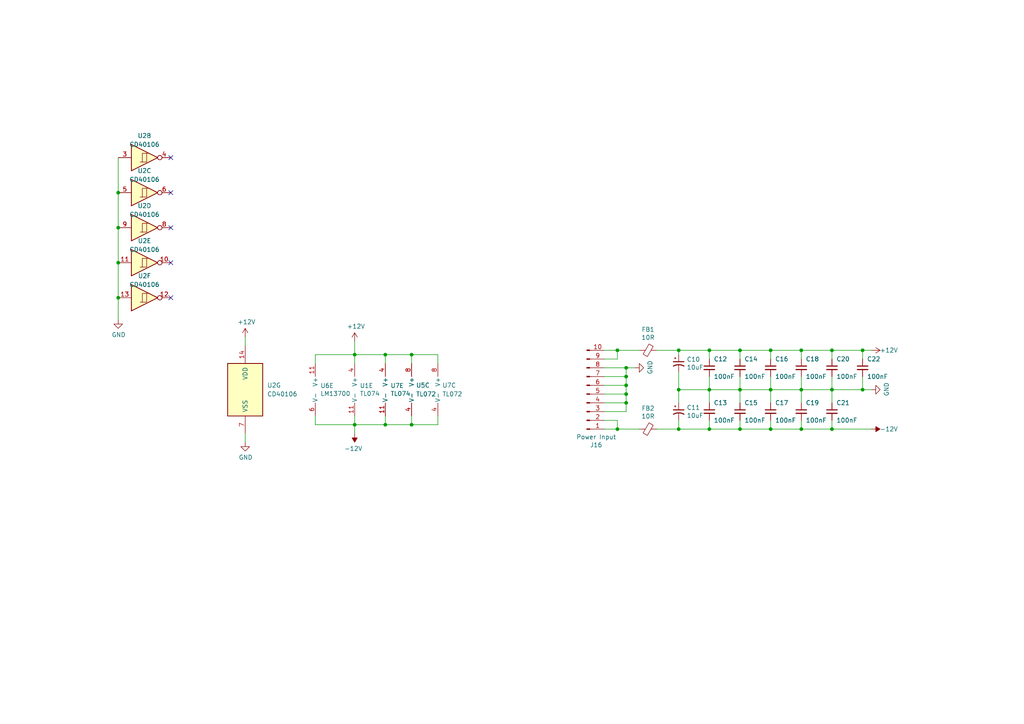
<source format=kicad_sch>
(kicad_sch (version 20230121) (generator eeschema)

  (uuid ef4aba63-f019-4bfe-be50-616c74cb231f)

  (paper "A4")

  (title_block
    (title "CD40106 VCO")
    (date "2023-12-10")
    (rev "1.0")
    (company "Bleep Sound")
  )

  (lib_symbols
    (symbol "4xxx:40106" (pin_names (offset 1.016)) (in_bom yes) (on_board yes)
      (property "Reference" "U" (at 0 1.27 0)
        (effects (font (size 1.27 1.27)))
      )
      (property "Value" "40106" (at 0 -1.27 0)
        (effects (font (size 1.27 1.27)))
      )
      (property "Footprint" "" (at 0 0 0)
        (effects (font (size 1.27 1.27)) hide)
      )
      (property "Datasheet" "https://assets.nexperia.com/documents/data-sheet/HEF40106B.pdf" (at 0 0 0)
        (effects (font (size 1.27 1.27)) hide)
      )
      (property "ki_locked" "" (at 0 0 0)
        (effects (font (size 1.27 1.27)))
      )
      (property "ki_keywords" "CMOS" (at 0 0 0)
        (effects (font (size 1.27 1.27)) hide)
      )
      (property "ki_description" "Hex Schmitt trigger inverter" (at 0 0 0)
        (effects (font (size 1.27 1.27)) hide)
      )
      (property "ki_fp_filters" "DIP?14*" (at 0 0 0)
        (effects (font (size 1.27 1.27)) hide)
      )
      (symbol "40106_1_0"
        (polyline
          (pts
            (xy -0.635 -1.27)
            (xy -0.635 1.27)
            (xy 0.635 1.27)
          )
          (stroke (width 0) (type default))
          (fill (type none))
        )
        (polyline
          (pts
            (xy -3.81 3.81)
            (xy -3.81 -3.81)
            (xy 3.81 0)
            (xy -3.81 3.81)
          )
          (stroke (width 0.254) (type default))
          (fill (type background))
        )
        (polyline
          (pts
            (xy -1.27 -1.27)
            (xy 0.635 -1.27)
            (xy 0.635 1.27)
            (xy 1.27 1.27)
          )
          (stroke (width 0) (type default))
          (fill (type none))
        )
        (pin input line (at -7.62 0 0) (length 3.81)
          (name "~" (effects (font (size 1.27 1.27))))
          (number "1" (effects (font (size 1.27 1.27))))
        )
        (pin output inverted (at 7.62 0 180) (length 3.81)
          (name "~" (effects (font (size 1.27 1.27))))
          (number "2" (effects (font (size 1.27 1.27))))
        )
      )
      (symbol "40106_2_0"
        (polyline
          (pts
            (xy -0.635 -1.27)
            (xy -0.635 1.27)
            (xy 0.635 1.27)
          )
          (stroke (width 0) (type default))
          (fill (type none))
        )
        (polyline
          (pts
            (xy -3.81 3.81)
            (xy -3.81 -3.81)
            (xy 3.81 0)
            (xy -3.81 3.81)
          )
          (stroke (width 0.254) (type default))
          (fill (type background))
        )
        (polyline
          (pts
            (xy -1.27 -1.27)
            (xy 0.635 -1.27)
            (xy 0.635 1.27)
            (xy 1.27 1.27)
          )
          (stroke (width 0) (type default))
          (fill (type none))
        )
        (pin input line (at -7.62 0 0) (length 3.81)
          (name "~" (effects (font (size 1.27 1.27))))
          (number "3" (effects (font (size 1.27 1.27))))
        )
        (pin output inverted (at 7.62 0 180) (length 3.81)
          (name "~" (effects (font (size 1.27 1.27))))
          (number "4" (effects (font (size 1.27 1.27))))
        )
      )
      (symbol "40106_3_0"
        (polyline
          (pts
            (xy -0.635 -1.27)
            (xy -0.635 1.27)
            (xy 0.635 1.27)
          )
          (stroke (width 0) (type default))
          (fill (type none))
        )
        (polyline
          (pts
            (xy -3.81 3.81)
            (xy -3.81 -3.81)
            (xy 3.81 0)
            (xy -3.81 3.81)
          )
          (stroke (width 0.254) (type default))
          (fill (type background))
        )
        (polyline
          (pts
            (xy -1.27 -1.27)
            (xy 0.635 -1.27)
            (xy 0.635 1.27)
            (xy 1.27 1.27)
          )
          (stroke (width 0) (type default))
          (fill (type none))
        )
        (pin input line (at -7.62 0 0) (length 3.81)
          (name "~" (effects (font (size 1.27 1.27))))
          (number "5" (effects (font (size 1.27 1.27))))
        )
        (pin output inverted (at 7.62 0 180) (length 3.81)
          (name "~" (effects (font (size 1.27 1.27))))
          (number "6" (effects (font (size 1.27 1.27))))
        )
      )
      (symbol "40106_4_0"
        (polyline
          (pts
            (xy -0.635 -1.27)
            (xy -0.635 1.27)
            (xy 0.635 1.27)
          )
          (stroke (width 0) (type default))
          (fill (type none))
        )
        (polyline
          (pts
            (xy -3.81 3.81)
            (xy -3.81 -3.81)
            (xy 3.81 0)
            (xy -3.81 3.81)
          )
          (stroke (width 0.254) (type default))
          (fill (type background))
        )
        (polyline
          (pts
            (xy -1.27 -1.27)
            (xy 0.635 -1.27)
            (xy 0.635 1.27)
            (xy 1.27 1.27)
          )
          (stroke (width 0) (type default))
          (fill (type none))
        )
        (pin output inverted (at 7.62 0 180) (length 3.81)
          (name "~" (effects (font (size 1.27 1.27))))
          (number "8" (effects (font (size 1.27 1.27))))
        )
        (pin input line (at -7.62 0 0) (length 3.81)
          (name "~" (effects (font (size 1.27 1.27))))
          (number "9" (effects (font (size 1.27 1.27))))
        )
      )
      (symbol "40106_5_0"
        (polyline
          (pts
            (xy -0.635 -1.27)
            (xy -0.635 1.27)
            (xy 0.635 1.27)
          )
          (stroke (width 0) (type default))
          (fill (type none))
        )
        (polyline
          (pts
            (xy -3.81 3.81)
            (xy -3.81 -3.81)
            (xy 3.81 0)
            (xy -3.81 3.81)
          )
          (stroke (width 0.254) (type default))
          (fill (type background))
        )
        (polyline
          (pts
            (xy -1.27 -1.27)
            (xy 0.635 -1.27)
            (xy 0.635 1.27)
            (xy 1.27 1.27)
          )
          (stroke (width 0) (type default))
          (fill (type none))
        )
        (pin output inverted (at 7.62 0 180) (length 3.81)
          (name "~" (effects (font (size 1.27 1.27))))
          (number "10" (effects (font (size 1.27 1.27))))
        )
        (pin input line (at -7.62 0 0) (length 3.81)
          (name "~" (effects (font (size 1.27 1.27))))
          (number "11" (effects (font (size 1.27 1.27))))
        )
      )
      (symbol "40106_6_0"
        (polyline
          (pts
            (xy -0.635 -1.27)
            (xy -0.635 1.27)
            (xy 0.635 1.27)
          )
          (stroke (width 0) (type default))
          (fill (type none))
        )
        (polyline
          (pts
            (xy -3.81 3.81)
            (xy -3.81 -3.81)
            (xy 3.81 0)
            (xy -3.81 3.81)
          )
          (stroke (width 0.254) (type default))
          (fill (type background))
        )
        (polyline
          (pts
            (xy -1.27 -1.27)
            (xy 0.635 -1.27)
            (xy 0.635 1.27)
            (xy 1.27 1.27)
          )
          (stroke (width 0) (type default))
          (fill (type none))
        )
        (pin output inverted (at 7.62 0 180) (length 3.81)
          (name "~" (effects (font (size 1.27 1.27))))
          (number "12" (effects (font (size 1.27 1.27))))
        )
        (pin input line (at -7.62 0 0) (length 3.81)
          (name "~" (effects (font (size 1.27 1.27))))
          (number "13" (effects (font (size 1.27 1.27))))
        )
      )
      (symbol "40106_7_0"
        (pin power_in line (at 0 12.7 270) (length 5.08)
          (name "VDD" (effects (font (size 1.27 1.27))))
          (number "14" (effects (font (size 1.27 1.27))))
        )
        (pin power_in line (at 0 -12.7 90) (length 5.08)
          (name "VSS" (effects (font (size 1.27 1.27))))
          (number "7" (effects (font (size 1.27 1.27))))
        )
      )
      (symbol "40106_7_1"
        (rectangle (start -5.08 7.62) (end 5.08 -7.62)
          (stroke (width 0.254) (type default))
          (fill (type background))
        )
      )
    )
    (symbol "Amplifier_Operational:LM13700" (pin_names (offset 0.127)) (in_bom yes) (on_board yes)
      (property "Reference" "U" (at 3.81 5.08 0)
        (effects (font (size 1.27 1.27)))
      )
      (property "Value" "LM13700" (at 5.08 -5.08 0)
        (effects (font (size 1.27 1.27)))
      )
      (property "Footprint" "" (at -7.62 0.635 0)
        (effects (font (size 1.27 1.27)) hide)
      )
      (property "Datasheet" "http://www.ti.com/lit/ds/symlink/lm13700.pdf" (at -7.62 0.635 0)
        (effects (font (size 1.27 1.27)) hide)
      )
      (property "ki_locked" "" (at 0 0 0)
        (effects (font (size 1.27 1.27)))
      )
      (property "ki_keywords" "operational transconductance amplifier OTA" (at 0 0 0)
        (effects (font (size 1.27 1.27)) hide)
      )
      (property "ki_description" "Dual Operational Transconductance Amplifiers with Linearizing Diodes and Buffers, DIP-16/SOIC-16" (at 0 0 0)
        (effects (font (size 1.27 1.27)) hide)
      )
      (property "ki_fp_filters" "SOIC*3.9x9.9mm*P1.27mm* DIP*W7.62mm*" (at 0 0 0)
        (effects (font (size 1.27 1.27)) hide)
      )
      (symbol "LM13700_1_1"
        (polyline
          (pts
            (xy 3.81 -0.635)
            (xy 3.81 -2.54)
            (xy 5.08 -2.54)
          )
          (stroke (width 0) (type default))
          (fill (type none))
        )
        (polyline
          (pts
            (xy 5.08 0)
            (xy -5.08 -5.08)
            (xy -5.08 5.08)
            (xy 5.08 0)
          )
          (stroke (width 0.254) (type default))
          (fill (type background))
        )
        (pin output line (at 7.62 0 180) (length 2.54)
          (name "~" (effects (font (size 1.27 1.27))))
          (number "12" (effects (font (size 1.27 1.27))))
        )
        (pin input line (at -7.62 2.54 0) (length 2.54)
          (name "-" (effects (font (size 1.27 1.27))))
          (number "13" (effects (font (size 1.27 1.27))))
        )
        (pin input line (at -7.62 -2.54 0) (length 2.54)
          (name "+" (effects (font (size 1.27 1.27))))
          (number "14" (effects (font (size 1.27 1.27))))
        )
        (pin input line (at -7.62 0 0) (length 2.54)
          (name "DIODE_BIAS" (effects (font (size 0.508 0.508))))
          (number "15" (effects (font (size 1.27 1.27))))
        )
        (pin input line (at 7.62 -2.54 180) (length 2.54)
          (name "~" (effects (font (size 1.27 1.27))))
          (number "16" (effects (font (size 1.27 1.27))))
        )
      )
      (symbol "LM13700_2_0"
        (polyline
          (pts
            (xy -1.905 2.54)
            (xy -3.175 2.54)
          )
          (stroke (width 0) (type default))
          (fill (type none))
        )
      )
      (symbol "LM13700_2_1"
        (circle (center -2.54 1.905) (radius 0.254)
          (stroke (width 0.254) (type default))
          (fill (type outline))
        )
        (polyline
          (pts
            (xy -3.81 -0.635)
            (xy -2.54 -1.27)
          )
          (stroke (width 0) (type default))
          (fill (type none))
        )
        (polyline
          (pts
            (xy -3.81 1.27)
            (xy -3.81 -1.27)
          )
          (stroke (width 0) (type default))
          (fill (type none))
        )
        (polyline
          (pts
            (xy -2.54 -1.905)
            (xy -1.27 -2.54)
          )
          (stroke (width 0) (type default))
          (fill (type none))
        )
        (polyline
          (pts
            (xy -2.54 0)
            (xy -2.54 -2.54)
          )
          (stroke (width 0) (type default))
          (fill (type none))
        )
        (polyline
          (pts
            (xy -3.81 0.635)
            (xy -2.54 1.27)
            (xy -2.54 1.905)
            (xy -2.54 2.54)
          )
          (stroke (width 0) (type default))
          (fill (type none))
        )
        (polyline
          (pts
            (xy -2.54 -1.27)
            (xy -3.175 -0.635)
            (xy -3.175 -1.27)
            (xy -2.54 -1.27)
          )
          (stroke (width 0) (type default))
          (fill (type outline))
        )
        (polyline
          (pts
            (xy -2.54 -0.635)
            (xy -1.27 0)
            (xy -1.27 1.905)
            (xy -2.54 1.905)
          )
          (stroke (width 0) (type default))
          (fill (type none))
        )
        (polyline
          (pts
            (xy -1.27 -2.54)
            (xy -1.905 -1.905)
            (xy -1.905 -2.54)
            (xy -1.27 -2.54)
          )
          (stroke (width 0) (type default))
          (fill (type outline))
        )
        (text "V+" (at -2.54 3.81 0)
          (effects (font (size 1.27 1.27)))
        )
        (pin input line (at -7.62 0 0) (length 3.81)
          (name "~" (effects (font (size 1.27 1.27))))
          (number "10" (effects (font (size 1.27 1.27))))
        )
        (pin output line (at 2.54 -2.54 180) (length 3.81)
          (name "~" (effects (font (size 1.27 1.27))))
          (number "9" (effects (font (size 1.27 1.27))))
        )
      )
      (symbol "LM13700_3_1"
        (polyline
          (pts
            (xy 3.81 -0.635)
            (xy 3.81 -2.54)
            (xy 5.08 -2.54)
          )
          (stroke (width 0) (type default))
          (fill (type none))
        )
        (polyline
          (pts
            (xy 5.08 0)
            (xy -5.08 -5.08)
            (xy -5.08 5.08)
            (xy 5.08 0)
          )
          (stroke (width 0.254) (type default))
          (fill (type background))
        )
        (pin input line (at 7.62 -2.54 180) (length 2.54)
          (name "~" (effects (font (size 1.27 1.27))))
          (number "1" (effects (font (size 1.27 1.27))))
        )
        (pin input line (at -7.62 0 0) (length 2.54)
          (name "DIODE_BIAS" (effects (font (size 0.508 0.508))))
          (number "2" (effects (font (size 1.27 1.27))))
        )
        (pin input line (at -7.62 -2.54 0) (length 2.54)
          (name "+" (effects (font (size 1.27 1.27))))
          (number "3" (effects (font (size 1.27 1.27))))
        )
        (pin input line (at -7.62 2.54 0) (length 2.54)
          (name "-" (effects (font (size 1.27 1.27))))
          (number "4" (effects (font (size 1.27 1.27))))
        )
        (pin output line (at 7.62 0 180) (length 2.54)
          (name "~" (effects (font (size 1.27 1.27))))
          (number "5" (effects (font (size 1.27 1.27))))
        )
      )
      (symbol "LM13700_4_0"
        (polyline
          (pts
            (xy -3.175 2.54)
            (xy -1.905 2.54)
          )
          (stroke (width 0) (type default))
          (fill (type none))
        )
        (text "V+" (at -2.54 3.81 0)
          (effects (font (size 1.27 1.27)))
        )
      )
      (symbol "LM13700_4_1"
        (circle (center -2.54 1.905) (radius 0.254)
          (stroke (width 0.254) (type default))
          (fill (type outline))
        )
        (polyline
          (pts
            (xy -3.81 -0.635)
            (xy -2.54 -1.27)
          )
          (stroke (width 0) (type default))
          (fill (type none))
        )
        (polyline
          (pts
            (xy -3.81 1.27)
            (xy -3.81 -1.27)
          )
          (stroke (width 0) (type default))
          (fill (type none))
        )
        (polyline
          (pts
            (xy -2.54 -1.905)
            (xy -1.27 -2.54)
          )
          (stroke (width 0) (type default))
          (fill (type none))
        )
        (polyline
          (pts
            (xy -2.54 0)
            (xy -2.54 -2.54)
          )
          (stroke (width 0) (type default))
          (fill (type none))
        )
        (polyline
          (pts
            (xy -3.81 0.635)
            (xy -2.54 1.27)
            (xy -2.54 2.54)
          )
          (stroke (width 0) (type default))
          (fill (type none))
        )
        (polyline
          (pts
            (xy -2.54 -1.27)
            (xy -3.175 -0.635)
            (xy -3.175 -1.27)
            (xy -2.54 -1.27)
          )
          (stroke (width 0) (type default))
          (fill (type outline))
        )
        (polyline
          (pts
            (xy -2.54 -0.635)
            (xy -1.27 0)
            (xy -1.27 1.905)
            (xy -2.54 1.905)
          )
          (stroke (width 0) (type default))
          (fill (type none))
        )
        (polyline
          (pts
            (xy -1.27 -2.54)
            (xy -1.905 -1.905)
            (xy -1.905 -2.54)
            (xy -1.27 -2.54)
          )
          (stroke (width 0) (type default))
          (fill (type outline))
        )
        (pin input line (at -7.62 0 0) (length 3.81)
          (name "~" (effects (font (size 1.27 1.27))))
          (number "7" (effects (font (size 1.27 1.27))))
        )
        (pin output line (at 2.54 -2.54 180) (length 3.81)
          (name "~" (effects (font (size 1.27 1.27))))
          (number "8" (effects (font (size 1.27 1.27))))
        )
      )
      (symbol "LM13700_5_1"
        (pin power_in line (at -2.54 7.62 270) (length 3.81)
          (name "V+" (effects (font (size 1.27 1.27))))
          (number "11" (effects (font (size 1.27 1.27))))
        )
        (pin power_in line (at -2.54 -7.62 90) (length 3.81)
          (name "V-" (effects (font (size 1.27 1.27))))
          (number "6" (effects (font (size 1.27 1.27))))
        )
      )
    )
    (symbol "Amplifier_Operational:TL072" (pin_names (offset 0.127)) (in_bom yes) (on_board yes)
      (property "Reference" "U" (at 0 5.08 0)
        (effects (font (size 1.27 1.27)) (justify left))
      )
      (property "Value" "TL072" (at 0 -5.08 0)
        (effects (font (size 1.27 1.27)) (justify left))
      )
      (property "Footprint" "" (at 0 0 0)
        (effects (font (size 1.27 1.27)) hide)
      )
      (property "Datasheet" "http://www.ti.com/lit/ds/symlink/tl071.pdf" (at 0 0 0)
        (effects (font (size 1.27 1.27)) hide)
      )
      (property "ki_locked" "" (at 0 0 0)
        (effects (font (size 1.27 1.27)))
      )
      (property "ki_keywords" "dual opamp" (at 0 0 0)
        (effects (font (size 1.27 1.27)) hide)
      )
      (property "ki_description" "Dual Low-Noise JFET-Input Operational Amplifiers, DIP-8/SOIC-8" (at 0 0 0)
        (effects (font (size 1.27 1.27)) hide)
      )
      (property "ki_fp_filters" "SOIC*3.9x4.9mm*P1.27mm* DIP*W7.62mm* TO*99* OnSemi*Micro8* TSSOP*3x3mm*P0.65mm* TSSOP*4.4x3mm*P0.65mm* MSOP*3x3mm*P0.65mm* SSOP*3.9x4.9mm*P0.635mm* LFCSP*2x2mm*P0.5mm* *SIP* SOIC*5.3x6.2mm*P1.27mm*" (at 0 0 0)
        (effects (font (size 1.27 1.27)) hide)
      )
      (symbol "TL072_1_1"
        (polyline
          (pts
            (xy -5.08 5.08)
            (xy 5.08 0)
            (xy -5.08 -5.08)
            (xy -5.08 5.08)
          )
          (stroke (width 0.254) (type default))
          (fill (type background))
        )
        (pin output line (at 7.62 0 180) (length 2.54)
          (name "~" (effects (font (size 1.27 1.27))))
          (number "1" (effects (font (size 1.27 1.27))))
        )
        (pin input line (at -7.62 -2.54 0) (length 2.54)
          (name "-" (effects (font (size 1.27 1.27))))
          (number "2" (effects (font (size 1.27 1.27))))
        )
        (pin input line (at -7.62 2.54 0) (length 2.54)
          (name "+" (effects (font (size 1.27 1.27))))
          (number "3" (effects (font (size 1.27 1.27))))
        )
      )
      (symbol "TL072_2_1"
        (polyline
          (pts
            (xy -5.08 5.08)
            (xy 5.08 0)
            (xy -5.08 -5.08)
            (xy -5.08 5.08)
          )
          (stroke (width 0.254) (type default))
          (fill (type background))
        )
        (pin input line (at -7.62 2.54 0) (length 2.54)
          (name "+" (effects (font (size 1.27 1.27))))
          (number "5" (effects (font (size 1.27 1.27))))
        )
        (pin input line (at -7.62 -2.54 0) (length 2.54)
          (name "-" (effects (font (size 1.27 1.27))))
          (number "6" (effects (font (size 1.27 1.27))))
        )
        (pin output line (at 7.62 0 180) (length 2.54)
          (name "~" (effects (font (size 1.27 1.27))))
          (number "7" (effects (font (size 1.27 1.27))))
        )
      )
      (symbol "TL072_3_1"
        (pin power_in line (at -2.54 -7.62 90) (length 3.81)
          (name "V-" (effects (font (size 1.27 1.27))))
          (number "4" (effects (font (size 1.27 1.27))))
        )
        (pin power_in line (at -2.54 7.62 270) (length 3.81)
          (name "V+" (effects (font (size 1.27 1.27))))
          (number "8" (effects (font (size 1.27 1.27))))
        )
      )
    )
    (symbol "Amplifier_Operational:TL074" (pin_names (offset 0.127)) (in_bom yes) (on_board yes)
      (property "Reference" "U" (at 0 5.08 0)
        (effects (font (size 1.27 1.27)) (justify left))
      )
      (property "Value" "TL074" (at 0 -5.08 0)
        (effects (font (size 1.27 1.27)) (justify left))
      )
      (property "Footprint" "" (at -1.27 2.54 0)
        (effects (font (size 1.27 1.27)) hide)
      )
      (property "Datasheet" "http://www.ti.com/lit/ds/symlink/tl071.pdf" (at 1.27 5.08 0)
        (effects (font (size 1.27 1.27)) hide)
      )
      (property "ki_locked" "" (at 0 0 0)
        (effects (font (size 1.27 1.27)))
      )
      (property "ki_keywords" "quad opamp" (at 0 0 0)
        (effects (font (size 1.27 1.27)) hide)
      )
      (property "ki_description" "Quad Low-Noise JFET-Input Operational Amplifiers, DIP-14/SOIC-14" (at 0 0 0)
        (effects (font (size 1.27 1.27)) hide)
      )
      (property "ki_fp_filters" "SOIC*3.9x8.7mm*P1.27mm* DIP*W7.62mm* TSSOP*4.4x5mm*P0.65mm* SSOP*5.3x6.2mm*P0.65mm* MSOP*3x3mm*P0.5mm*" (at 0 0 0)
        (effects (font (size 1.27 1.27)) hide)
      )
      (symbol "TL074_1_1"
        (polyline
          (pts
            (xy -5.08 5.08)
            (xy 5.08 0)
            (xy -5.08 -5.08)
            (xy -5.08 5.08)
          )
          (stroke (width 0.254) (type default))
          (fill (type background))
        )
        (pin output line (at 7.62 0 180) (length 2.54)
          (name "~" (effects (font (size 1.27 1.27))))
          (number "1" (effects (font (size 1.27 1.27))))
        )
        (pin input line (at -7.62 -2.54 0) (length 2.54)
          (name "-" (effects (font (size 1.27 1.27))))
          (number "2" (effects (font (size 1.27 1.27))))
        )
        (pin input line (at -7.62 2.54 0) (length 2.54)
          (name "+" (effects (font (size 1.27 1.27))))
          (number "3" (effects (font (size 1.27 1.27))))
        )
      )
      (symbol "TL074_2_1"
        (polyline
          (pts
            (xy -5.08 5.08)
            (xy 5.08 0)
            (xy -5.08 -5.08)
            (xy -5.08 5.08)
          )
          (stroke (width 0.254) (type default))
          (fill (type background))
        )
        (pin input line (at -7.62 2.54 0) (length 2.54)
          (name "+" (effects (font (size 1.27 1.27))))
          (number "5" (effects (font (size 1.27 1.27))))
        )
        (pin input line (at -7.62 -2.54 0) (length 2.54)
          (name "-" (effects (font (size 1.27 1.27))))
          (number "6" (effects (font (size 1.27 1.27))))
        )
        (pin output line (at 7.62 0 180) (length 2.54)
          (name "~" (effects (font (size 1.27 1.27))))
          (number "7" (effects (font (size 1.27 1.27))))
        )
      )
      (symbol "TL074_3_1"
        (polyline
          (pts
            (xy -5.08 5.08)
            (xy 5.08 0)
            (xy -5.08 -5.08)
            (xy -5.08 5.08)
          )
          (stroke (width 0.254) (type default))
          (fill (type background))
        )
        (pin input line (at -7.62 2.54 0) (length 2.54)
          (name "+" (effects (font (size 1.27 1.27))))
          (number "10" (effects (font (size 1.27 1.27))))
        )
        (pin output line (at 7.62 0 180) (length 2.54)
          (name "~" (effects (font (size 1.27 1.27))))
          (number "8" (effects (font (size 1.27 1.27))))
        )
        (pin input line (at -7.62 -2.54 0) (length 2.54)
          (name "-" (effects (font (size 1.27 1.27))))
          (number "9" (effects (font (size 1.27 1.27))))
        )
      )
      (symbol "TL074_4_1"
        (polyline
          (pts
            (xy -5.08 5.08)
            (xy 5.08 0)
            (xy -5.08 -5.08)
            (xy -5.08 5.08)
          )
          (stroke (width 0.254) (type default))
          (fill (type background))
        )
        (pin input line (at -7.62 2.54 0) (length 2.54)
          (name "+" (effects (font (size 1.27 1.27))))
          (number "12" (effects (font (size 1.27 1.27))))
        )
        (pin input line (at -7.62 -2.54 0) (length 2.54)
          (name "-" (effects (font (size 1.27 1.27))))
          (number "13" (effects (font (size 1.27 1.27))))
        )
        (pin output line (at 7.62 0 180) (length 2.54)
          (name "~" (effects (font (size 1.27 1.27))))
          (number "14" (effects (font (size 1.27 1.27))))
        )
      )
      (symbol "TL074_5_1"
        (pin power_in line (at -2.54 -7.62 90) (length 3.81)
          (name "V-" (effects (font (size 1.27 1.27))))
          (number "11" (effects (font (size 1.27 1.27))))
        )
        (pin power_in line (at -2.54 7.62 270) (length 3.81)
          (name "V+" (effects (font (size 1.27 1.27))))
          (number "4" (effects (font (size 1.27 1.27))))
        )
      )
    )
    (symbol "Connector:Conn_01x10_Male" (pin_names (offset 1.016) hide) (in_bom yes) (on_board yes)
      (property "Reference" "J" (at 0 12.7 0)
        (effects (font (size 1.27 1.27)))
      )
      (property "Value" "Conn_01x10_Male" (at 0 -15.24 0)
        (effects (font (size 1.27 1.27)))
      )
      (property "Footprint" "" (at 0 0 0)
        (effects (font (size 1.27 1.27)) hide)
      )
      (property "Datasheet" "~" (at 0 0 0)
        (effects (font (size 1.27 1.27)) hide)
      )
      (property "ki_keywords" "connector" (at 0 0 0)
        (effects (font (size 1.27 1.27)) hide)
      )
      (property "ki_description" "Generic connector, single row, 01x10, script generated (kicad-library-utils/schlib/autogen/connector/)" (at 0 0 0)
        (effects (font (size 1.27 1.27)) hide)
      )
      (property "ki_fp_filters" "Connector*:*_1x??_*" (at 0 0 0)
        (effects (font (size 1.27 1.27)) hide)
      )
      (symbol "Conn_01x10_Male_1_1"
        (polyline
          (pts
            (xy 1.27 -12.7)
            (xy 0.8636 -12.7)
          )
          (stroke (width 0.1524) (type default))
          (fill (type none))
        )
        (polyline
          (pts
            (xy 1.27 -10.16)
            (xy 0.8636 -10.16)
          )
          (stroke (width 0.1524) (type default))
          (fill (type none))
        )
        (polyline
          (pts
            (xy 1.27 -7.62)
            (xy 0.8636 -7.62)
          )
          (stroke (width 0.1524) (type default))
          (fill (type none))
        )
        (polyline
          (pts
            (xy 1.27 -5.08)
            (xy 0.8636 -5.08)
          )
          (stroke (width 0.1524) (type default))
          (fill (type none))
        )
        (polyline
          (pts
            (xy 1.27 -2.54)
            (xy 0.8636 -2.54)
          )
          (stroke (width 0.1524) (type default))
          (fill (type none))
        )
        (polyline
          (pts
            (xy 1.27 0)
            (xy 0.8636 0)
          )
          (stroke (width 0.1524) (type default))
          (fill (type none))
        )
        (polyline
          (pts
            (xy 1.27 2.54)
            (xy 0.8636 2.54)
          )
          (stroke (width 0.1524) (type default))
          (fill (type none))
        )
        (polyline
          (pts
            (xy 1.27 5.08)
            (xy 0.8636 5.08)
          )
          (stroke (width 0.1524) (type default))
          (fill (type none))
        )
        (polyline
          (pts
            (xy 1.27 7.62)
            (xy 0.8636 7.62)
          )
          (stroke (width 0.1524) (type default))
          (fill (type none))
        )
        (polyline
          (pts
            (xy 1.27 10.16)
            (xy 0.8636 10.16)
          )
          (stroke (width 0.1524) (type default))
          (fill (type none))
        )
        (rectangle (start 0.8636 -12.573) (end 0 -12.827)
          (stroke (width 0.1524) (type default))
          (fill (type outline))
        )
        (rectangle (start 0.8636 -10.033) (end 0 -10.287)
          (stroke (width 0.1524) (type default))
          (fill (type outline))
        )
        (rectangle (start 0.8636 -7.493) (end 0 -7.747)
          (stroke (width 0.1524) (type default))
          (fill (type outline))
        )
        (rectangle (start 0.8636 -4.953) (end 0 -5.207)
          (stroke (width 0.1524) (type default))
          (fill (type outline))
        )
        (rectangle (start 0.8636 -2.413) (end 0 -2.667)
          (stroke (width 0.1524) (type default))
          (fill (type outline))
        )
        (rectangle (start 0.8636 0.127) (end 0 -0.127)
          (stroke (width 0.1524) (type default))
          (fill (type outline))
        )
        (rectangle (start 0.8636 2.667) (end 0 2.413)
          (stroke (width 0.1524) (type default))
          (fill (type outline))
        )
        (rectangle (start 0.8636 5.207) (end 0 4.953)
          (stroke (width 0.1524) (type default))
          (fill (type outline))
        )
        (rectangle (start 0.8636 7.747) (end 0 7.493)
          (stroke (width 0.1524) (type default))
          (fill (type outline))
        )
        (rectangle (start 0.8636 10.287) (end 0 10.033)
          (stroke (width 0.1524) (type default))
          (fill (type outline))
        )
        (pin passive line (at 5.08 10.16 180) (length 3.81)
          (name "Pin_1" (effects (font (size 1.27 1.27))))
          (number "1" (effects (font (size 1.27 1.27))))
        )
        (pin passive line (at 5.08 -12.7 180) (length 3.81)
          (name "Pin_10" (effects (font (size 1.27 1.27))))
          (number "10" (effects (font (size 1.27 1.27))))
        )
        (pin passive line (at 5.08 7.62 180) (length 3.81)
          (name "Pin_2" (effects (font (size 1.27 1.27))))
          (number "2" (effects (font (size 1.27 1.27))))
        )
        (pin passive line (at 5.08 5.08 180) (length 3.81)
          (name "Pin_3" (effects (font (size 1.27 1.27))))
          (number "3" (effects (font (size 1.27 1.27))))
        )
        (pin passive line (at 5.08 2.54 180) (length 3.81)
          (name "Pin_4" (effects (font (size 1.27 1.27))))
          (number "4" (effects (font (size 1.27 1.27))))
        )
        (pin passive line (at 5.08 0 180) (length 3.81)
          (name "Pin_5" (effects (font (size 1.27 1.27))))
          (number "5" (effects (font (size 1.27 1.27))))
        )
        (pin passive line (at 5.08 -2.54 180) (length 3.81)
          (name "Pin_6" (effects (font (size 1.27 1.27))))
          (number "6" (effects (font (size 1.27 1.27))))
        )
        (pin passive line (at 5.08 -5.08 180) (length 3.81)
          (name "Pin_7" (effects (font (size 1.27 1.27))))
          (number "7" (effects (font (size 1.27 1.27))))
        )
        (pin passive line (at 5.08 -7.62 180) (length 3.81)
          (name "Pin_8" (effects (font (size 1.27 1.27))))
          (number "8" (effects (font (size 1.27 1.27))))
        )
        (pin passive line (at 5.08 -10.16 180) (length 3.81)
          (name "Pin_9" (effects (font (size 1.27 1.27))))
          (number "9" (effects (font (size 1.27 1.27))))
        )
      )
    )
    (symbol "Device:CP1_Small" (pin_numbers hide) (pin_names (offset 0.254) hide) (in_bom yes) (on_board yes)
      (property "Reference" "C" (at 0.254 1.778 0)
        (effects (font (size 1.27 1.27)) (justify left))
      )
      (property "Value" "Device_CP1_Small" (at 0.254 -2.032 0)
        (effects (font (size 1.27 1.27)) (justify left))
      )
      (property "Footprint" "" (at 0 0 0)
        (effects (font (size 1.27 1.27)) hide)
      )
      (property "Datasheet" "" (at 0 0 0)
        (effects (font (size 1.27 1.27)) hide)
      )
      (property "ki_fp_filters" "CP_*" (at 0 0 0)
        (effects (font (size 1.27 1.27)) hide)
      )
      (symbol "CP1_Small_0_1"
        (polyline
          (pts
            (xy -1.524 0.508)
            (xy 1.524 0.508)
          )
          (stroke (width 0.3048) (type default))
          (fill (type none))
        )
        (polyline
          (pts
            (xy -1.27 1.524)
            (xy -0.762 1.524)
          )
          (stroke (width 0) (type default))
          (fill (type none))
        )
        (polyline
          (pts
            (xy -1.016 1.27)
            (xy -1.016 1.778)
          )
          (stroke (width 0) (type default))
          (fill (type none))
        )
        (arc (start 1.524 -0.762) (mid 0 -0.3734) (end -1.524 -0.762)
          (stroke (width 0.3048) (type default))
          (fill (type none))
        )
      )
      (symbol "CP1_Small_1_1"
        (pin passive line (at 0 2.54 270) (length 2.032)
          (name "~" (effects (font (size 1.27 1.27))))
          (number "1" (effects (font (size 1.27 1.27))))
        )
        (pin passive line (at 0 -2.54 90) (length 2.032)
          (name "~" (effects (font (size 1.27 1.27))))
          (number "2" (effects (font (size 1.27 1.27))))
        )
      )
    )
    (symbol "Device:C_Small" (pin_numbers hide) (pin_names (offset 0.254) hide) (in_bom yes) (on_board yes)
      (property "Reference" "C" (at 0.254 1.778 0)
        (effects (font (size 1.27 1.27)) (justify left))
      )
      (property "Value" "C_Small" (at 0.254 -2.032 0)
        (effects (font (size 1.27 1.27)) (justify left))
      )
      (property "Footprint" "" (at 0 0 0)
        (effects (font (size 1.27 1.27)) hide)
      )
      (property "Datasheet" "~" (at 0 0 0)
        (effects (font (size 1.27 1.27)) hide)
      )
      (property "ki_keywords" "capacitor cap" (at 0 0 0)
        (effects (font (size 1.27 1.27)) hide)
      )
      (property "ki_description" "Unpolarized capacitor, small symbol" (at 0 0 0)
        (effects (font (size 1.27 1.27)) hide)
      )
      (property "ki_fp_filters" "C_*" (at 0 0 0)
        (effects (font (size 1.27 1.27)) hide)
      )
      (symbol "C_Small_0_1"
        (polyline
          (pts
            (xy -1.524 -0.508)
            (xy 1.524 -0.508)
          )
          (stroke (width 0.3302) (type default))
          (fill (type none))
        )
        (polyline
          (pts
            (xy -1.524 0.508)
            (xy 1.524 0.508)
          )
          (stroke (width 0.3048) (type default))
          (fill (type none))
        )
      )
      (symbol "C_Small_1_1"
        (pin passive line (at 0 2.54 270) (length 2.032)
          (name "~" (effects (font (size 1.27 1.27))))
          (number "1" (effects (font (size 1.27 1.27))))
        )
        (pin passive line (at 0 -2.54 90) (length 2.032)
          (name "~" (effects (font (size 1.27 1.27))))
          (number "2" (effects (font (size 1.27 1.27))))
        )
      )
    )
    (symbol "Device:Ferrite_Bead_Small" (pin_numbers hide) (pin_names (offset 0)) (in_bom yes) (on_board yes)
      (property "Reference" "FB" (at 1.905 1.27 0)
        (effects (font (size 1.27 1.27)) (justify left))
      )
      (property "Value" "Device_Ferrite_Bead_Small" (at 1.905 -1.27 0)
        (effects (font (size 1.27 1.27)) (justify left))
      )
      (property "Footprint" "" (at -1.778 0 90)
        (effects (font (size 1.27 1.27)) hide)
      )
      (property "Datasheet" "" (at 0 0 0)
        (effects (font (size 1.27 1.27)) hide)
      )
      (property "ki_fp_filters" "Inductor_* L_* *Ferrite*" (at 0 0 0)
        (effects (font (size 1.27 1.27)) hide)
      )
      (symbol "Ferrite_Bead_Small_0_1"
        (polyline
          (pts
            (xy 0 -1.27)
            (xy 0 -0.7874)
          )
          (stroke (width 0) (type default))
          (fill (type none))
        )
        (polyline
          (pts
            (xy 0 0.889)
            (xy 0 1.2954)
          )
          (stroke (width 0) (type default))
          (fill (type none))
        )
        (polyline
          (pts
            (xy -1.8288 0.2794)
            (xy -1.1176 1.4986)
            (xy 1.8288 -0.2032)
            (xy 1.1176 -1.4224)
            (xy -1.8288 0.2794)
          )
          (stroke (width 0) (type default))
          (fill (type none))
        )
      )
      (symbol "Ferrite_Bead_Small_1_1"
        (pin passive line (at 0 2.54 270) (length 1.27)
          (name "~" (effects (font (size 1.27 1.27))))
          (number "1" (effects (font (size 1.27 1.27))))
        )
        (pin passive line (at 0 -2.54 90) (length 1.27)
          (name "~" (effects (font (size 1.27 1.27))))
          (number "2" (effects (font (size 1.27 1.27))))
        )
      )
    )
    (symbol "power:+12V" (power) (pin_names (offset 0)) (in_bom yes) (on_board yes)
      (property "Reference" "#PWR" (at 0 -3.81 0)
        (effects (font (size 1.27 1.27)) hide)
      )
      (property "Value" "+12V" (at 0 3.556 0)
        (effects (font (size 1.27 1.27)))
      )
      (property "Footprint" "" (at 0 0 0)
        (effects (font (size 1.27 1.27)) hide)
      )
      (property "Datasheet" "" (at 0 0 0)
        (effects (font (size 1.27 1.27)) hide)
      )
      (property "ki_keywords" "power-flag" (at 0 0 0)
        (effects (font (size 1.27 1.27)) hide)
      )
      (property "ki_description" "Power symbol creates a global label with name \"+12V\"" (at 0 0 0)
        (effects (font (size 1.27 1.27)) hide)
      )
      (symbol "+12V_0_1"
        (polyline
          (pts
            (xy -0.762 1.27)
            (xy 0 2.54)
          )
          (stroke (width 0) (type default))
          (fill (type none))
        )
        (polyline
          (pts
            (xy 0 0)
            (xy 0 2.54)
          )
          (stroke (width 0) (type default))
          (fill (type none))
        )
        (polyline
          (pts
            (xy 0 2.54)
            (xy 0.762 1.27)
          )
          (stroke (width 0) (type default))
          (fill (type none))
        )
      )
      (symbol "+12V_1_1"
        (pin power_in line (at 0 0 90) (length 0) hide
          (name "+12V" (effects (font (size 1.27 1.27))))
          (number "1" (effects (font (size 1.27 1.27))))
        )
      )
    )
    (symbol "power:-12V" (power) (pin_names (offset 0)) (in_bom yes) (on_board yes)
      (property "Reference" "#PWR" (at 0 2.54 0)
        (effects (font (size 1.27 1.27)) hide)
      )
      (property "Value" "-12V" (at 0 3.81 0)
        (effects (font (size 1.27 1.27)))
      )
      (property "Footprint" "" (at 0 0 0)
        (effects (font (size 1.27 1.27)) hide)
      )
      (property "Datasheet" "" (at 0 0 0)
        (effects (font (size 1.27 1.27)) hide)
      )
      (property "ki_keywords" "power-flag" (at 0 0 0)
        (effects (font (size 1.27 1.27)) hide)
      )
      (property "ki_description" "Power symbol creates a global label with name \"-12V\"" (at 0 0 0)
        (effects (font (size 1.27 1.27)) hide)
      )
      (symbol "-12V_0_0"
        (pin power_in line (at 0 0 90) (length 0) hide
          (name "-12V" (effects (font (size 1.27 1.27))))
          (number "1" (effects (font (size 1.27 1.27))))
        )
      )
      (symbol "-12V_0_1"
        (polyline
          (pts
            (xy 0 0)
            (xy 0 1.27)
            (xy 0.762 1.27)
            (xy 0 2.54)
            (xy -0.762 1.27)
            (xy 0 1.27)
          )
          (stroke (width 0) (type default))
          (fill (type outline))
        )
      )
    )
    (symbol "power:GND" (power) (pin_names (offset 0)) (in_bom yes) (on_board yes)
      (property "Reference" "#PWR" (at 0 -6.35 0)
        (effects (font (size 1.27 1.27)) hide)
      )
      (property "Value" "GND" (at 0 -3.81 0)
        (effects (font (size 1.27 1.27)))
      )
      (property "Footprint" "" (at 0 0 0)
        (effects (font (size 1.27 1.27)) hide)
      )
      (property "Datasheet" "" (at 0 0 0)
        (effects (font (size 1.27 1.27)) hide)
      )
      (property "ki_keywords" "power-flag" (at 0 0 0)
        (effects (font (size 1.27 1.27)) hide)
      )
      (property "ki_description" "Power symbol creates a global label with name \"GND\" , ground" (at 0 0 0)
        (effects (font (size 1.27 1.27)) hide)
      )
      (symbol "GND_0_1"
        (polyline
          (pts
            (xy 0 0)
            (xy 0 -1.27)
            (xy 1.27 -1.27)
            (xy 0 -2.54)
            (xy -1.27 -1.27)
            (xy 0 -1.27)
          )
          (stroke (width 0) (type default))
          (fill (type none))
        )
      )
      (symbol "GND_1_1"
        (pin power_in line (at 0 0 270) (length 0) hide
          (name "GND" (effects (font (size 1.27 1.27))))
          (number "1" (effects (font (size 1.27 1.27))))
        )
      )
    )
  )

  (junction (at 111.76 123.19) (diameter 0) (color 0 0 0 0)
    (uuid 004b50db-7098-4496-9571-3826bd22a8c8)
  )
  (junction (at 196.85 101.6) (diameter 0) (color 0 0 0 0)
    (uuid 00f81271-c8f8-4be3-97f7-13ff795dd213)
  )
  (junction (at 181.61 116.84) (diameter 0) (color 0 0 0 0)
    (uuid 130823c8-c664-4c8f-9211-d5b60d6ae73b)
  )
  (junction (at 181.61 106.68) (diameter 0) (color 0 0 0 0)
    (uuid 18344a35-292e-403a-a5a6-307c8aadb246)
  )
  (junction (at 205.74 124.46) (diameter 0) (color 0 0 0 0)
    (uuid 197e7e52-d4da-481c-8189-c31e9f533a8d)
  )
  (junction (at 232.41 124.46) (diameter 0) (color 0 0 0 0)
    (uuid 25227155-a754-42ae-98ec-8f5dafe14a99)
  )
  (junction (at 205.74 113.03) (diameter 0) (color 0 0 0 0)
    (uuid 28ca3895-7061-4ad3-b71a-be75dd56f984)
  )
  (junction (at 181.61 114.3) (diameter 0) (color 0 0 0 0)
    (uuid 367d7671-990e-41f7-bb62-1a1f2f08cdea)
  )
  (junction (at 214.63 113.03) (diameter 0) (color 0 0 0 0)
    (uuid 3d774893-1645-4f34-b769-fca8257ffe66)
  )
  (junction (at 241.3 113.03) (diameter 0) (color 0 0 0 0)
    (uuid 3e102026-7e75-4b5b-8579-f21d39cee996)
  )
  (junction (at 179.07 124.46) (diameter 0) (color 0 0 0 0)
    (uuid 45c8615d-f601-4822-95a8-d73bf66c1425)
  )
  (junction (at 34.29 86.36) (diameter 0) (color 0 0 0 0)
    (uuid 4d36c119-ba10-45b7-881f-a4a5c576adc0)
  )
  (junction (at 111.76 102.87) (diameter 0) (color 0 0 0 0)
    (uuid 4d9f3e30-d942-449e-bdd6-db3a26f36cf3)
  )
  (junction (at 102.87 102.87) (diameter 0) (color 0 0 0 0)
    (uuid 517f5e65-479d-4cb5-b036-253ddad8f00a)
  )
  (junction (at 223.52 113.03) (diameter 0) (color 0 0 0 0)
    (uuid 575449e7-1dfd-48b4-956c-ad1a4636d16c)
  )
  (junction (at 232.41 113.03) (diameter 0) (color 0 0 0 0)
    (uuid 5ec347e7-f19f-435a-acbc-8f2e134ceb4c)
  )
  (junction (at 119.38 123.19) (diameter 0) (color 0 0 0 0)
    (uuid 611e2a0e-c5a1-477f-a1eb-a38b2ab29a87)
  )
  (junction (at 214.63 101.6) (diameter 0) (color 0 0 0 0)
    (uuid 64adf573-09d9-457d-933d-ed9681b8425d)
  )
  (junction (at 119.38 102.87) (diameter 0) (color 0 0 0 0)
    (uuid 6660fb5a-7c94-4c76-9e77-85ca7924589f)
  )
  (junction (at 179.07 101.6) (diameter 0) (color 0 0 0 0)
    (uuid 67f63dd1-165b-4c8d-b897-1e2a908f208f)
  )
  (junction (at 34.29 66.04) (diameter 0) (color 0 0 0 0)
    (uuid 71b76b01-0ec3-4146-ba2e-2326e74257ce)
  )
  (junction (at 102.87 123.19) (diameter 0) (color 0 0 0 0)
    (uuid 898169eb-1357-475b-b5fc-831722d6147a)
  )
  (junction (at 181.61 109.22) (diameter 0) (color 0 0 0 0)
    (uuid 90e7b4ab-5dcc-42c3-9278-0b2f6a7ad000)
  )
  (junction (at 241.3 124.46) (diameter 0) (color 0 0 0 0)
    (uuid 9328d431-d689-401a-8945-cf0627ea350c)
  )
  (junction (at 223.52 124.46) (diameter 0) (color 0 0 0 0)
    (uuid 96763d73-8311-4420-9ad5-a05f7f9ee3b9)
  )
  (junction (at 223.52 101.6) (diameter 0) (color 0 0 0 0)
    (uuid 9db37a4d-c098-4baa-a03f-f16965ff2165)
  )
  (junction (at 181.61 111.76) (diameter 0) (color 0 0 0 0)
    (uuid a1680a3e-c3e0-4cd1-be13-5785e1d90353)
  )
  (junction (at 241.3 101.6) (diameter 0) (color 0 0 0 0)
    (uuid a34d378b-d523-4655-9088-52350287940b)
  )
  (junction (at 214.63 124.46) (diameter 0) (color 0 0 0 0)
    (uuid b5457ce7-825e-4076-92d9-7157c1a939ea)
  )
  (junction (at 250.19 113.03) (diameter 0) (color 0 0 0 0)
    (uuid ba74fe0f-cb86-497a-aa39-9c4e492a1302)
  )
  (junction (at 196.85 113.03) (diameter 0) (color 0 0 0 0)
    (uuid dacd4a0d-18e8-4ae6-ae1f-0f33a0c52074)
  )
  (junction (at 250.19 101.6) (diameter 0) (color 0 0 0 0)
    (uuid e8947600-a145-4c56-97dd-24da083dbd08)
  )
  (junction (at 232.41 101.6) (diameter 0) (color 0 0 0 0)
    (uuid eb11552f-f102-455f-bb1a-5161fcb784f6)
  )
  (junction (at 34.29 55.88) (diameter 0) (color 0 0 0 0)
    (uuid ecb312b2-9f37-43e0-be64-6f8f8033bf85)
  )
  (junction (at 34.29 76.2) (diameter 0) (color 0 0 0 0)
    (uuid f2361ecb-7b48-4b5b-997c-7df927f41354)
  )
  (junction (at 205.74 101.6) (diameter 0) (color 0 0 0 0)
    (uuid f847272f-8df5-4aef-9433-2c874b217147)
  )
  (junction (at 196.85 124.46) (diameter 0) (color 0 0 0 0)
    (uuid fe41c4b6-13ee-41b0-82c1-0167478ef822)
  )

  (no_connect (at 49.53 66.04) (uuid 9223ca35-706a-4dcd-9259-b4e5a4673b84))
  (no_connect (at 49.53 76.2) (uuid a6635575-9980-4f53-bab2-3b0d6cd7dbdf))
  (no_connect (at 49.53 55.88) (uuid ad7e063b-47ce-41d5-a12c-52aecf05088b))
  (no_connect (at 49.53 86.36) (uuid b7b8e969-3d65-4fd6-a7f4-ad261b8dbbeb))
  (no_connect (at 49.53 45.72) (uuid e4d9102b-5d50-40a1-9de3-fa56194606f5))

  (wire (pts (xy 179.07 104.14) (xy 179.07 101.6))
    (stroke (width 0) (type default))
    (uuid 03b715a8-0885-4307-aae4-12669825f7ce)
  )
  (wire (pts (xy 241.3 121.92) (xy 241.3 124.46))
    (stroke (width 0) (type default))
    (uuid 07e1724c-5d2f-4224-b2b7-e74386ce7438)
  )
  (wire (pts (xy 127 102.87) (xy 119.38 102.87))
    (stroke (width 0) (type default))
    (uuid 0d180d23-21d4-4b7e-a6ff-2f485aca0aa2)
  )
  (wire (pts (xy 241.3 113.03) (xy 250.19 113.03))
    (stroke (width 0) (type default))
    (uuid 11d65900-6ceb-4a76-aa86-38a876c9b0c2)
  )
  (wire (pts (xy 205.74 104.14) (xy 205.74 101.6))
    (stroke (width 0) (type default))
    (uuid 1221a2a0-8463-4af4-857d-acfa18648a33)
  )
  (wire (pts (xy 223.52 101.6) (xy 232.41 101.6))
    (stroke (width 0) (type default))
    (uuid 13b99eb3-8f27-4144-a050-9a65f03d17d4)
  )
  (wire (pts (xy 190.5 124.46) (xy 196.85 124.46))
    (stroke (width 0) (type default))
    (uuid 14b9f55c-7a47-49e8-b49f-281c9819feee)
  )
  (wire (pts (xy 34.29 76.2) (xy 34.29 86.36))
    (stroke (width 0) (type default))
    (uuid 14c1362d-dc86-43d2-aa23-9b99ae1c0317)
  )
  (wire (pts (xy 205.74 113.03) (xy 205.74 116.84))
    (stroke (width 0) (type default))
    (uuid 18db81c0-6b4d-4561-a1f3-5ea4efe33217)
  )
  (wire (pts (xy 179.07 121.92) (xy 179.07 124.46))
    (stroke (width 0) (type default))
    (uuid 1b8969d7-8432-4ef0-b40d-882495598a20)
  )
  (wire (pts (xy 250.19 113.03) (xy 252.73 113.03))
    (stroke (width 0) (type default))
    (uuid 1cc2f305-ab74-45b8-9972-e64c1348977a)
  )
  (wire (pts (xy 205.74 101.6) (xy 214.63 101.6))
    (stroke (width 0) (type default))
    (uuid 1d53d5f8-ad4a-455b-8904-2a76e42815f9)
  )
  (wire (pts (xy 232.41 101.6) (xy 241.3 101.6))
    (stroke (width 0) (type default))
    (uuid 1d574446-9372-4a21-9848-9ea8f9190206)
  )
  (wire (pts (xy 196.85 107.95) (xy 196.85 113.03))
    (stroke (width 0) (type default))
    (uuid 1ef5a58d-691b-432c-8f95-bcacdc9123d2)
  )
  (wire (pts (xy 175.26 121.92) (xy 179.07 121.92))
    (stroke (width 0) (type default))
    (uuid 24323e77-d1b0-4b1f-9bfa-9b1a7711e5fc)
  )
  (wire (pts (xy 111.76 105.41) (xy 111.76 102.87))
    (stroke (width 0) (type default))
    (uuid 254a2c51-669b-4533-b2db-b9dd2c9a83c3)
  )
  (wire (pts (xy 127 105.41) (xy 127 102.87))
    (stroke (width 0) (type default))
    (uuid 25bd7cdc-f4bd-43ff-93c0-4a60df82360e)
  )
  (wire (pts (xy 181.61 111.76) (xy 175.26 111.76))
    (stroke (width 0) (type default))
    (uuid 25d22f30-4b0b-419e-b01f-2ba39975ca5f)
  )
  (wire (pts (xy 119.38 120.65) (xy 119.38 123.19))
    (stroke (width 0) (type default))
    (uuid 2faa7828-86b0-4075-a3c3-545f297a7037)
  )
  (wire (pts (xy 241.3 101.6) (xy 241.3 104.14))
    (stroke (width 0) (type default))
    (uuid 3470bf32-c8d0-498a-906a-e19de1f61ff4)
  )
  (wire (pts (xy 223.52 121.92) (xy 223.52 124.46))
    (stroke (width 0) (type default))
    (uuid 395b54ef-0cf6-4814-81c9-0701d634e266)
  )
  (wire (pts (xy 34.29 86.36) (xy 34.29 92.71))
    (stroke (width 0) (type default))
    (uuid 39699b87-d9cd-4c66-8967-7d379355b31a)
  )
  (wire (pts (xy 91.44 123.19) (xy 102.87 123.19))
    (stroke (width 0) (type default))
    (uuid 3abe014d-3ae4-413b-8e86-c284dceb6816)
  )
  (wire (pts (xy 214.63 101.6) (xy 214.63 104.14))
    (stroke (width 0) (type default))
    (uuid 3d004353-fb11-4fa3-9e2f-a4a2274120e7)
  )
  (wire (pts (xy 196.85 113.03) (xy 196.85 116.84))
    (stroke (width 0) (type default))
    (uuid 43a133e6-af22-4156-8e67-1cb76b8a1f2a)
  )
  (wire (pts (xy 232.41 113.03) (xy 241.3 113.03))
    (stroke (width 0) (type default))
    (uuid 44270e0b-f2e0-41be-b47b-bb195b609e76)
  )
  (wire (pts (xy 175.26 104.14) (xy 179.07 104.14))
    (stroke (width 0) (type default))
    (uuid 44ea3644-41b7-491b-91eb-7d3a1f6c5410)
  )
  (wire (pts (xy 232.41 121.92) (xy 232.41 124.46))
    (stroke (width 0) (type default))
    (uuid 4c8e12e5-04b2-4cf0-a696-912bf81b4b0e)
  )
  (wire (pts (xy 181.61 119.38) (xy 181.61 116.84))
    (stroke (width 0) (type default))
    (uuid 4da0b96b-bc48-4ad3-bf10-e9bf9591cfc4)
  )
  (wire (pts (xy 190.5 101.6) (xy 196.85 101.6))
    (stroke (width 0) (type default))
    (uuid 4f11ac8d-80f7-4f58-ab8b-79b7bc6aa014)
  )
  (wire (pts (xy 34.29 55.88) (xy 34.29 66.04))
    (stroke (width 0) (type default))
    (uuid 4f9f3923-10a4-4751-a12d-27bdb8329db1)
  )
  (wire (pts (xy 175.26 116.84) (xy 181.61 116.84))
    (stroke (width 0) (type default))
    (uuid 51688567-6e55-494e-b7f0-8986fafdd935)
  )
  (wire (pts (xy 250.19 101.6) (xy 252.73 101.6))
    (stroke (width 0) (type default))
    (uuid 529383d6-dce1-44b4-9a79-99c7d7a10697)
  )
  (wire (pts (xy 241.3 113.03) (xy 241.3 116.84))
    (stroke (width 0) (type default))
    (uuid 533e00e6-447a-4ef4-966e-02c9cc16adb1)
  )
  (wire (pts (xy 205.74 121.92) (xy 205.74 124.46))
    (stroke (width 0) (type default))
    (uuid 535c1db0-addb-4dee-b6c4-c0bd42d5403b)
  )
  (wire (pts (xy 102.87 125.73) (xy 102.87 123.19))
    (stroke (width 0) (type default))
    (uuid 5643b8f2-f1ab-47f7-85b7-bde3bb6593e0)
  )
  (wire (pts (xy 71.12 97.79) (xy 71.12 100.33))
    (stroke (width 0) (type default))
    (uuid 57b9888d-b75b-410d-a404-4006996c0155)
  )
  (wire (pts (xy 214.63 124.46) (xy 223.52 124.46))
    (stroke (width 0) (type default))
    (uuid 58241b18-1a2c-4dc8-8bae-d34df8377e8f)
  )
  (wire (pts (xy 102.87 99.06) (xy 102.87 102.87))
    (stroke (width 0) (type default))
    (uuid 59cf00f5-890c-4b24-873a-d8d706e31368)
  )
  (wire (pts (xy 71.12 128.27) (xy 71.12 125.73))
    (stroke (width 0) (type default))
    (uuid 5c4a45b7-587b-4f22-9b10-7bed0522d448)
  )
  (wire (pts (xy 127 120.65) (xy 127 123.19))
    (stroke (width 0) (type default))
    (uuid 5e2d6c5a-dac2-49c7-a76c-3b4ec6034648)
  )
  (wire (pts (xy 175.26 109.22) (xy 181.61 109.22))
    (stroke (width 0) (type default))
    (uuid 636e1064-79b4-436a-b3eb-5d093ca30efa)
  )
  (wire (pts (xy 223.52 124.46) (xy 232.41 124.46))
    (stroke (width 0) (type default))
    (uuid 68a7db4e-6230-4fa6-a291-11c652bc3187)
  )
  (wire (pts (xy 241.3 124.46) (xy 252.73 124.46))
    (stroke (width 0) (type default))
    (uuid 6940e9ad-7f96-4762-b5db-1b54dc2e0858)
  )
  (wire (pts (xy 175.26 114.3) (xy 181.61 114.3))
    (stroke (width 0) (type default))
    (uuid 69a4330f-2e36-43b0-bfdc-90c631ea8dc6)
  )
  (wire (pts (xy 179.07 101.6) (xy 185.42 101.6))
    (stroke (width 0) (type default))
    (uuid 6bfc9525-6952-42bf-a6ed-21790f55d7dc)
  )
  (wire (pts (xy 184.15 106.68) (xy 181.61 106.68))
    (stroke (width 0) (type default))
    (uuid 6ddb587e-9bc6-471b-b0a5-b3bc1e42c18e)
  )
  (wire (pts (xy 175.26 119.38) (xy 181.61 119.38))
    (stroke (width 0) (type default))
    (uuid 6e6eaa69-8db7-4c89-834f-6b5b0bc3b2ff)
  )
  (wire (pts (xy 250.19 101.6) (xy 250.19 104.14))
    (stroke (width 0) (type default))
    (uuid 6f9c6a4e-1937-4b8f-b77f-7763d8b92dec)
  )
  (wire (pts (xy 119.38 102.87) (xy 111.76 102.87))
    (stroke (width 0) (type default))
    (uuid 7021a5ca-2577-4751-8c5a-b28da0c61688)
  )
  (wire (pts (xy 181.61 106.68) (xy 181.61 109.22))
    (stroke (width 0) (type default))
    (uuid 7030e668-f0cd-4576-bd66-71b229e98330)
  )
  (wire (pts (xy 196.85 124.46) (xy 205.74 124.46))
    (stroke (width 0) (type default))
    (uuid 742ae442-f67b-40bc-97ab-d6cf9a1ce74b)
  )
  (wire (pts (xy 102.87 120.65) (xy 102.87 123.19))
    (stroke (width 0) (type default))
    (uuid 7a28a1ad-3503-4110-a314-48cdd489c2c8)
  )
  (wire (pts (xy 127 123.19) (xy 119.38 123.19))
    (stroke (width 0) (type default))
    (uuid 7a9f5c51-0dce-4070-b161-b8023bf631cf)
  )
  (wire (pts (xy 241.3 101.6) (xy 250.19 101.6))
    (stroke (width 0) (type default))
    (uuid 826a2a7a-48f4-420b-9b66-2fc4b922955b)
  )
  (wire (pts (xy 102.87 102.87) (xy 102.87 105.41))
    (stroke (width 0) (type default))
    (uuid 835bc8b7-1d9c-4d50-81ca-b7898f68aed4)
  )
  (wire (pts (xy 34.29 45.72) (xy 34.29 55.88))
    (stroke (width 0) (type default))
    (uuid 856d9f1d-4b3a-4aed-8a67-fd4939686a3e)
  )
  (wire (pts (xy 91.44 102.87) (xy 102.87 102.87))
    (stroke (width 0) (type default))
    (uuid 858d2313-10dc-40e8-9920-c57fdb6ebddd)
  )
  (wire (pts (xy 196.85 102.87) (xy 196.85 101.6))
    (stroke (width 0) (type default))
    (uuid 8d4d9a63-3f27-4440-9379-3f0f687cde72)
  )
  (wire (pts (xy 223.52 109.22) (xy 223.52 113.03))
    (stroke (width 0) (type default))
    (uuid 8da54327-53df-4fc7-8710-594b9ba5f663)
  )
  (wire (pts (xy 196.85 121.92) (xy 196.85 124.46))
    (stroke (width 0) (type default))
    (uuid 8ea2b6f6-bbe7-4d15-9a48-d59dc407a9d6)
  )
  (wire (pts (xy 214.63 109.22) (xy 214.63 113.03))
    (stroke (width 0) (type default))
    (uuid 954526b2-6c6d-4c6c-858c-6a4779b5911e)
  )
  (wire (pts (xy 181.61 116.84) (xy 181.61 114.3))
    (stroke (width 0) (type default))
    (uuid 95c9ad8f-9321-45e5-8dd9-89827f461fcc)
  )
  (wire (pts (xy 179.07 124.46) (xy 185.42 124.46))
    (stroke (width 0) (type default))
    (uuid 95e5c08e-0687-440e-9fc6-8f778f287fab)
  )
  (wire (pts (xy 91.44 102.87) (xy 91.44 105.41))
    (stroke (width 0) (type default))
    (uuid 9aaf0e9f-9a82-433d-aad0-8e889a00bc98)
  )
  (wire (pts (xy 111.76 123.19) (xy 111.76 120.65))
    (stroke (width 0) (type default))
    (uuid 9f169a9d-0044-48d6-9441-f0756769d5ea)
  )
  (wire (pts (xy 205.74 109.22) (xy 205.74 113.03))
    (stroke (width 0) (type default))
    (uuid a55a46f8-7a3e-42ca-bad5-4e454d28b381)
  )
  (wire (pts (xy 34.29 66.04) (xy 34.29 76.2))
    (stroke (width 0) (type default))
    (uuid aa9f37e1-22b5-4f18-afe6-490c13e3f0e6)
  )
  (wire (pts (xy 214.63 113.03) (xy 223.52 113.03))
    (stroke (width 0) (type default))
    (uuid ad0e0fe2-caaf-4629-8752-cb4809fb6010)
  )
  (wire (pts (xy 175.26 101.6) (xy 179.07 101.6))
    (stroke (width 0) (type default))
    (uuid b7f7ecd9-9500-4042-b2fe-a1688fc3c2b2)
  )
  (wire (pts (xy 119.38 105.41) (xy 119.38 102.87))
    (stroke (width 0) (type default))
    (uuid ba4fbbbb-a2f0-4b15-8b84-2080088ba794)
  )
  (wire (pts (xy 181.61 109.22) (xy 181.61 111.76))
    (stroke (width 0) (type default))
    (uuid c2d118aa-29eb-411b-bbd5-782a3f98485e)
  )
  (wire (pts (xy 102.87 102.87) (xy 111.76 102.87))
    (stroke (width 0) (type default))
    (uuid c44551b1-cd55-4ea3-9447-d6027cbacb6a)
  )
  (wire (pts (xy 214.63 101.6) (xy 223.52 101.6))
    (stroke (width 0) (type default))
    (uuid c6e3c754-3f32-45af-8d1b-0d03fb4a1186)
  )
  (wire (pts (xy 119.38 123.19) (xy 111.76 123.19))
    (stroke (width 0) (type default))
    (uuid c8032fa7-06ac-42da-b135-652293619811)
  )
  (wire (pts (xy 196.85 113.03) (xy 205.74 113.03))
    (stroke (width 0) (type default))
    (uuid c8efe302-d599-49e9-8fdd-caf43466cf14)
  )
  (wire (pts (xy 232.41 124.46) (xy 241.3 124.46))
    (stroke (width 0) (type default))
    (uuid ccc68269-d7b1-44a6-8955-be0f28c03898)
  )
  (wire (pts (xy 232.41 101.6) (xy 232.41 104.14))
    (stroke (width 0) (type default))
    (uuid ce238c40-54c1-4b63-8019-66a3353b13f1)
  )
  (wire (pts (xy 91.44 120.65) (xy 91.44 123.19))
    (stroke (width 0) (type default))
    (uuid d0eafd5b-7664-4d61-8549-f018ab02e484)
  )
  (wire (pts (xy 223.52 101.6) (xy 223.52 104.14))
    (stroke (width 0) (type default))
    (uuid d131d131-46b8-4a9a-9b8c-2d7c43506c19)
  )
  (wire (pts (xy 250.19 109.22) (xy 250.19 113.03))
    (stroke (width 0) (type default))
    (uuid d259a59c-8f73-43b7-b716-d936194e3223)
  )
  (wire (pts (xy 205.74 113.03) (xy 214.63 113.03))
    (stroke (width 0) (type default))
    (uuid d5779933-6989-4d5f-8975-1768fa8bb8e1)
  )
  (wire (pts (xy 241.3 109.22) (xy 241.3 113.03))
    (stroke (width 0) (type default))
    (uuid da221ffe-3762-41a4-b065-cc6d79dfa9c2)
  )
  (wire (pts (xy 196.85 101.6) (xy 205.74 101.6))
    (stroke (width 0) (type default))
    (uuid dfa5aee7-c797-4cc6-bc25-30c70d7c46e3)
  )
  (wire (pts (xy 214.63 121.92) (xy 214.63 124.46))
    (stroke (width 0) (type default))
    (uuid e0b469ae-8446-4d31-a8c8-724a2d8571ce)
  )
  (wire (pts (xy 175.26 106.68) (xy 181.61 106.68))
    (stroke (width 0) (type default))
    (uuid e7f9530f-3d2e-4217-aaf1-140be91f1592)
  )
  (wire (pts (xy 232.41 113.03) (xy 232.41 116.84))
    (stroke (width 0) (type default))
    (uuid e9534926-a8f0-4142-b8a0-57a2d3d432d7)
  )
  (wire (pts (xy 102.87 123.19) (xy 111.76 123.19))
    (stroke (width 0) (type default))
    (uuid ec005366-ef58-49cf-abdf-a5662b2e8355)
  )
  (wire (pts (xy 232.41 109.22) (xy 232.41 113.03))
    (stroke (width 0) (type default))
    (uuid ef499316-f848-4a4b-9f65-00a8471df343)
  )
  (wire (pts (xy 175.26 124.46) (xy 179.07 124.46))
    (stroke (width 0) (type default))
    (uuid f115bf10-b7ef-43c2-b47c-eabf545d2078)
  )
  (wire (pts (xy 223.52 113.03) (xy 223.52 116.84))
    (stroke (width 0) (type default))
    (uuid f2c7aa6a-28ba-4220-8e60-0d4c5bfc22bb)
  )
  (wire (pts (xy 214.63 113.03) (xy 214.63 116.84))
    (stroke (width 0) (type default))
    (uuid f71c9914-a907-43a1-a796-85bdeb7a219d)
  )
  (wire (pts (xy 223.52 113.03) (xy 232.41 113.03))
    (stroke (width 0) (type default))
    (uuid f8f7244b-1d14-444e-b273-e73d1bb17c3b)
  )
  (wire (pts (xy 181.61 114.3) (xy 181.61 111.76))
    (stroke (width 0) (type default))
    (uuid f9473bb6-66a8-40ff-8e03-ec0c42e45391)
  )
  (wire (pts (xy 205.74 124.46) (xy 214.63 124.46))
    (stroke (width 0) (type default))
    (uuid fc3830d2-f301-45fe-96b1-7e691e5134f7)
  )

  (symbol (lib_id "Device:CP1_Small") (at 196.85 119.38 0) (unit 1)
    (in_bom yes) (on_board yes) (dnp no)
    (uuid 00843764-17bf-4e99-affd-f6255865fb63)
    (property "Reference" "C11" (at 199.1614 118.2116 0)
      (effects (font (size 1.27 1.27)) (justify left))
    )
    (property "Value" "10uF" (at 199.1614 120.523 0)
      (effects (font (size 1.27 1.27)) (justify left))
    )
    (property "Footprint" "Capacitor_THT:CP_Radial_D5.0mm_P2.00mm" (at 196.85 119.38 0)
      (effects (font (size 1.27 1.27)) hide)
    )
    (property "Datasheet" "~" (at 196.85 119.38 0)
      (effects (font (size 1.27 1.27)) hide)
    )
    (pin "1" (uuid 383dc70a-3027-4fda-bdba-4f7c4e675846))
    (pin "2" (uuid 4fc4daf6-8da0-4d44-acb9-b8f706062b18))
    (instances
      (project "CD40106_VCO"
        (path "/fea7c5d1-76d6-41a0-b5e3-29889dbb8ce0/f7d2c071-2ce0-454a-94fc-09c89a6f9ce4"
          (reference "C11") (unit 1)
        )
      )
    )
  )

  (symbol (lib_id "Amplifier_Operational:TL072") (at 121.92 113.03 0) (unit 3)
    (in_bom yes) (on_board yes) (dnp no) (fields_autoplaced)
    (uuid 032fc915-2917-4949-b2d6-1665df31daf2)
    (property "Reference" "U5" (at 120.65 111.76 0)
      (effects (font (size 1.27 1.27)) (justify left))
    )
    (property "Value" "TL072" (at 120.65 114.3 0)
      (effects (font (size 1.27 1.27)) (justify left))
    )
    (property "Footprint" "Package_DIP:DIP-8_W7.62mm_Socket" (at 121.92 113.03 0)
      (effects (font (size 1.27 1.27)) hide)
    )
    (property "Datasheet" "http://www.ti.com/lit/ds/symlink/tl071.pdf" (at 121.92 113.03 0)
      (effects (font (size 1.27 1.27)) hide)
    )
    (pin "1" (uuid a5baf82d-2e3c-442d-803e-66bd2e8af48c))
    (pin "2" (uuid 0e02fef4-3e34-4c62-a685-89915fdd46ac))
    (pin "3" (uuid 494a30a3-39f6-48a4-acd1-fc6eff38e678))
    (pin "5" (uuid f2902f6f-119a-4e2a-a5e1-6b9904028aea))
    (pin "6" (uuid 084ca789-e91e-4204-ba32-47f650e215c7))
    (pin "7" (uuid ba89a91b-ce7d-496e-848e-3b0e06389e9c))
    (pin "4" (uuid ca00ed62-e439-4e41-864d-b1ca0624d592))
    (pin "8" (uuid 495ec56c-06d4-47cc-aedb-6c8203b32db8))
    (instances
      (project "CD40106_VCO"
        (path "/fea7c5d1-76d6-41a0-b5e3-29889dbb8ce0/81e6b2af-0e05-441b-92d5-5b2db5d1019d"
          (reference "U5") (unit 3)
        )
        (path "/fea7c5d1-76d6-41a0-b5e3-29889dbb8ce0/f7d2c071-2ce0-454a-94fc-09c89a6f9ce4"
          (reference "U4") (unit 3)
        )
      )
    )
  )

  (symbol (lib_id "Device:C_Small") (at 232.41 119.38 0) (unit 1)
    (in_bom yes) (on_board yes) (dnp no)
    (uuid 0f86d883-8c65-407a-87be-5eaebd9f931a)
    (property "Reference" "C19" (at 233.68 116.84 0)
      (effects (font (size 1.27 1.27)) (justify left))
    )
    (property "Value" "100nF" (at 233.68 121.92 0)
      (effects (font (size 1.27 1.27)) (justify left))
    )
    (property "Footprint" "Capacitor_THT:C_Disc_D7.0mm_W2.5mm_P5.00mm" (at 232.41 119.38 0)
      (effects (font (size 1.27 1.27)) hide)
    )
    (property "Datasheet" "~" (at 232.41 119.38 0)
      (effects (font (size 1.27 1.27)) hide)
    )
    (pin "1" (uuid c76e479f-8b10-4e1b-b809-c359cfc18697))
    (pin "2" (uuid 07115d7f-e30f-474b-9360-50e6346fbb1c))
    (instances
      (project "CD40106_VCO"
        (path "/fea7c5d1-76d6-41a0-b5e3-29889dbb8ce0/f7d2c071-2ce0-454a-94fc-09c89a6f9ce4"
          (reference "C19") (unit 1)
        )
      )
    )
  )

  (symbol (lib_id "Device:C_Small") (at 214.63 119.38 0) (unit 1)
    (in_bom yes) (on_board yes) (dnp no)
    (uuid 23f751d8-99c4-4998-b51d-6f162b9ea323)
    (property "Reference" "C15" (at 215.9 116.84 0)
      (effects (font (size 1.27 1.27)) (justify left))
    )
    (property "Value" "100nF" (at 215.9 121.92 0)
      (effects (font (size 1.27 1.27)) (justify left))
    )
    (property "Footprint" "Capacitor_THT:C_Disc_D7.0mm_W2.5mm_P5.00mm" (at 214.63 119.38 0)
      (effects (font (size 1.27 1.27)) hide)
    )
    (property "Datasheet" "~" (at 214.63 119.38 0)
      (effects (font (size 1.27 1.27)) hide)
    )
    (pin "1" (uuid 4be86801-9c1c-4e79-851d-60d453563f95))
    (pin "2" (uuid 4144f29e-3b72-4a78-a10f-0f2568fac1ce))
    (instances
      (project "CD40106_VCO"
        (path "/fea7c5d1-76d6-41a0-b5e3-29889dbb8ce0/f7d2c071-2ce0-454a-94fc-09c89a6f9ce4"
          (reference "C15") (unit 1)
        )
      )
    )
  )

  (symbol (lib_id "4xxx:40106") (at 41.91 55.88 0) (unit 3)
    (in_bom yes) (on_board yes) (dnp no)
    (uuid 2cef7ed4-34be-4b12-a732-e90431ebe4c7)
    (property "Reference" "U2" (at 41.91 49.53 0)
      (effects (font (size 1.27 1.27)))
    )
    (property "Value" "CD40106" (at 41.91 52.07 0)
      (effects (font (size 1.27 1.27)))
    )
    (property "Footprint" "Package_DIP:DIP-14_W7.62mm_LongPads" (at 41.91 55.88 0)
      (effects (font (size 1.27 1.27)) hide)
    )
    (property "Datasheet" "https://assets.nexperia.com/documents/data-sheet/HEF40106B.pdf" (at 41.91 55.88 0)
      (effects (font (size 1.27 1.27)) hide)
    )
    (property "manf" "Nexperia" (at 41.91 55.88 0)
      (effects (font (size 1.27 1.27)) hide)
    )
    (property "manf#" "CD40106BE" (at 41.91 55.88 0)
      (effects (font (size 1.27 1.27)) hide)
    )
    (pin "1" (uuid ecf6091a-3726-4003-b7ee-4ec5c4f9a377))
    (pin "2" (uuid d6aeb6ab-3811-48b1-a5c4-01de9c675a0a))
    (pin "3" (uuid 87877d2e-861c-4457-8f3d-b201f90352d0))
    (pin "4" (uuid d159c089-5739-46f3-886b-5ff6e2c8d225))
    (pin "5" (uuid e564b0de-083b-4170-84cc-b1e75a7eec92))
    (pin "6" (uuid e7df9368-5834-425a-b26b-e10471e813c8))
    (pin "8" (uuid 38d0d42c-d650-49c5-b8b2-2c68f06d8ea4))
    (pin "9" (uuid dca801b2-edfc-4fc8-84a3-003209a31e91))
    (pin "10" (uuid bc0b9c3c-6eea-4d1b-b774-1f7b234dc904))
    (pin "11" (uuid 401410e1-c811-4d47-a75a-72c67fa20a7c))
    (pin "12" (uuid 9739bfd8-028a-464f-b256-9247ebab2200))
    (pin "13" (uuid eb16632d-727f-4f94-ab0e-4988a89c8a6e))
    (pin "14" (uuid 9df61207-988e-4154-a224-42fde9f386ae))
    (pin "7" (uuid 395a040a-bd6d-4b21-bfd3-01dc117dbe37))
    (instances
      (project "CD40106_VCO"
        (path "/fea7c5d1-76d6-41a0-b5e3-29889dbb8ce0/f7d2c071-2ce0-454a-94fc-09c89a6f9ce4"
          (reference "U2") (unit 3)
        )
      )
    )
  )

  (symbol (lib_id "4xxx:40106") (at 41.91 45.72 0) (unit 2)
    (in_bom yes) (on_board yes) (dnp no)
    (uuid 312644e6-07d1-489b-9b51-cb67058e55f7)
    (property "Reference" "U2" (at 41.91 39.37 0)
      (effects (font (size 1.27 1.27)))
    )
    (property "Value" "CD40106" (at 41.91 41.91 0)
      (effects (font (size 1.27 1.27)))
    )
    (property "Footprint" "Package_DIP:DIP-14_W7.62mm_LongPads" (at 41.91 45.72 0)
      (effects (font (size 1.27 1.27)) hide)
    )
    (property "Datasheet" "https://assets.nexperia.com/documents/data-sheet/HEF40106B.pdf" (at 41.91 45.72 0)
      (effects (font (size 1.27 1.27)) hide)
    )
    (property "manf" "Nexperia" (at 41.91 45.72 0)
      (effects (font (size 1.27 1.27)) hide)
    )
    (property "manf#" "CD40106BE" (at 41.91 45.72 0)
      (effects (font (size 1.27 1.27)) hide)
    )
    (pin "1" (uuid 8a18ccfb-4ce5-4b4f-9c2c-f1c5f74ef50a))
    (pin "2" (uuid 3c0aa3d2-283f-4fe4-b20e-9e9685e2bc7a))
    (pin "3" (uuid 5fa78da7-2f65-48b6-8cc8-e4aa21db3c28))
    (pin "4" (uuid ef17df3d-1d2c-45d3-8ae8-b27adeacaca9))
    (pin "5" (uuid 4caf4c21-8c24-4295-8681-16a4f5ad9590))
    (pin "6" (uuid d6438dbf-0fb4-44f1-915e-67089cd0818c))
    (pin "8" (uuid a527c8c3-84d7-460a-b092-f3c56fc7eb77))
    (pin "9" (uuid ec2f1c8a-f3c3-4a28-b5e8-076a4de9b11d))
    (pin "10" (uuid 49a38024-3d51-4401-a8fa-624dbe09e3ae))
    (pin "11" (uuid c110d90b-2b03-4a3e-82a0-48ba87d44a48))
    (pin "12" (uuid 4085acd9-ce18-4955-92bf-58c10e1f11cd))
    (pin "13" (uuid 692b5cd8-36cd-4efa-a330-600f352fcc8f))
    (pin "14" (uuid 35879e4c-5421-433f-b71c-f021d4eec006))
    (pin "7" (uuid 8d58b936-485d-4caa-a594-47b5b8f46d0f))
    (instances
      (project "CD40106_VCO"
        (path "/fea7c5d1-76d6-41a0-b5e3-29889dbb8ce0/f7d2c071-2ce0-454a-94fc-09c89a6f9ce4"
          (reference "U2") (unit 2)
        )
      )
    )
  )

  (symbol (lib_id "power:GND") (at 71.12 128.27 0) (unit 1)
    (in_bom yes) (on_board yes) (dnp no)
    (uuid 3626fc96-5d33-4ad4-aa29-99713c8eb193)
    (property "Reference" "#PWR061" (at 71.12 134.62 0)
      (effects (font (size 1.27 1.27)) hide)
    )
    (property "Value" "GND" (at 71.247 132.6642 0)
      (effects (font (size 1.27 1.27)))
    )
    (property "Footprint" "" (at 71.12 128.27 0)
      (effects (font (size 1.27 1.27)) hide)
    )
    (property "Datasheet" "" (at 71.12 128.27 0)
      (effects (font (size 1.27 1.27)) hide)
    )
    (pin "1" (uuid e4f111c6-bf45-4b44-a914-370dd29629ee))
    (instances
      (project "CD40106_VCO"
        (path "/fea7c5d1-76d6-41a0-b5e3-29889dbb8ce0/f7d2c071-2ce0-454a-94fc-09c89a6f9ce4"
          (reference "#PWR061") (unit 1)
        )
      )
    )
  )

  (symbol (lib_id "Device:C_Small") (at 241.3 119.38 0) (unit 1)
    (in_bom yes) (on_board yes) (dnp no)
    (uuid 504727f8-b3e9-49c6-8c4f-8ec3fa74f45d)
    (property "Reference" "C21" (at 242.57 116.84 0)
      (effects (font (size 1.27 1.27)) (justify left))
    )
    (property "Value" "100nF" (at 242.57 121.92 0)
      (effects (font (size 1.27 1.27)) (justify left))
    )
    (property "Footprint" "Capacitor_THT:C_Disc_D7.0mm_W2.5mm_P5.00mm" (at 241.3 119.38 0)
      (effects (font (size 1.27 1.27)) hide)
    )
    (property "Datasheet" "~" (at 241.3 119.38 0)
      (effects (font (size 1.27 1.27)) hide)
    )
    (pin "1" (uuid e71035e9-bc14-4831-8dbb-9c4ea25a50ec))
    (pin "2" (uuid 0b7eb6b1-25df-43bd-a276-ec2548923da5))
    (instances
      (project "CD40106_VCO"
        (path "/fea7c5d1-76d6-41a0-b5e3-29889dbb8ce0/f7d2c071-2ce0-454a-94fc-09c89a6f9ce4"
          (reference "C21") (unit 1)
        )
      )
    )
  )

  (symbol (lib_id "Device:C_Small") (at 223.52 106.68 0) (unit 1)
    (in_bom yes) (on_board yes) (dnp no)
    (uuid 51ccfeb9-8cd2-4f16-b68e-3cf390062907)
    (property "Reference" "C16" (at 224.79 104.14 0)
      (effects (font (size 1.27 1.27)) (justify left))
    )
    (property "Value" "100nF" (at 224.79 109.22 0)
      (effects (font (size 1.27 1.27)) (justify left))
    )
    (property "Footprint" "Capacitor_THT:C_Disc_D7.0mm_W2.5mm_P5.00mm" (at 223.52 106.68 0)
      (effects (font (size 1.27 1.27)) hide)
    )
    (property "Datasheet" "~" (at 223.52 106.68 0)
      (effects (font (size 1.27 1.27)) hide)
    )
    (pin "1" (uuid 5dd02f76-e742-4a86-ae31-71b67122141b))
    (pin "2" (uuid 9b02d8c2-f5ac-47ad-b759-bf5f78c5d6c9))
    (instances
      (project "CD40106_VCO"
        (path "/fea7c5d1-76d6-41a0-b5e3-29889dbb8ce0/f7d2c071-2ce0-454a-94fc-09c89a6f9ce4"
          (reference "C16") (unit 1)
        )
      )
    )
  )

  (symbol (lib_id "Device:CP1_Small") (at 196.85 105.41 0) (unit 1)
    (in_bom yes) (on_board yes) (dnp no)
    (uuid 54a2029d-ab18-4522-a168-3964c2b93158)
    (property "Reference" "C10" (at 199.1614 104.2416 0)
      (effects (font (size 1.27 1.27)) (justify left))
    )
    (property "Value" "10uF" (at 199.1614 106.553 0)
      (effects (font (size 1.27 1.27)) (justify left))
    )
    (property "Footprint" "Capacitor_THT:CP_Radial_D5.0mm_P2.00mm" (at 196.85 105.41 0)
      (effects (font (size 1.27 1.27)) hide)
    )
    (property "Datasheet" "~" (at 196.85 105.41 0)
      (effects (font (size 1.27 1.27)) hide)
    )
    (pin "1" (uuid c0ee4b09-3cfb-4726-8ccc-80f7e3b9930e))
    (pin "2" (uuid 8d34ba91-912b-4f4e-8cc5-83a4ff3ae754))
    (instances
      (project "CD40106_VCO"
        (path "/fea7c5d1-76d6-41a0-b5e3-29889dbb8ce0/f7d2c071-2ce0-454a-94fc-09c89a6f9ce4"
          (reference "C10") (unit 1)
        )
      )
    )
  )

  (symbol (lib_id "Device:C_Small") (at 223.52 119.38 0) (unit 1)
    (in_bom yes) (on_board yes) (dnp no)
    (uuid 5aeedbbb-54cc-436e-9a68-bef800b1c768)
    (property "Reference" "C17" (at 224.79 116.84 0)
      (effects (font (size 1.27 1.27)) (justify left))
    )
    (property "Value" "100nF" (at 224.79 121.92 0)
      (effects (font (size 1.27 1.27)) (justify left))
    )
    (property "Footprint" "Capacitor_THT:C_Disc_D7.0mm_W2.5mm_P5.00mm" (at 223.52 119.38 0)
      (effects (font (size 1.27 1.27)) hide)
    )
    (property "Datasheet" "~" (at 223.52 119.38 0)
      (effects (font (size 1.27 1.27)) hide)
    )
    (pin "1" (uuid ba96bf25-3d3d-4d7d-a9b3-84e3caa9ed0a))
    (pin "2" (uuid 75194cd3-8c26-447d-8d35-557ef47858e4))
    (instances
      (project "CD40106_VCO"
        (path "/fea7c5d1-76d6-41a0-b5e3-29889dbb8ce0/f7d2c071-2ce0-454a-94fc-09c89a6f9ce4"
          (reference "C17") (unit 1)
        )
      )
    )
  )

  (symbol (lib_id "power:GND") (at 34.29 92.71 0) (unit 1)
    (in_bom yes) (on_board yes) (dnp no)
    (uuid 5f1b0980-3ff0-4b7a-a8fc-a9e47eaeee03)
    (property "Reference" "#PWR059" (at 34.29 99.06 0)
      (effects (font (size 1.27 1.27)) hide)
    )
    (property "Value" "GND" (at 34.417 97.1042 0)
      (effects (font (size 1.27 1.27)))
    )
    (property "Footprint" "" (at 34.29 92.71 0)
      (effects (font (size 1.27 1.27)) hide)
    )
    (property "Datasheet" "" (at 34.29 92.71 0)
      (effects (font (size 1.27 1.27)) hide)
    )
    (pin "1" (uuid 2ae13dd3-16b2-425e-a747-95ead6a1ddd8))
    (instances
      (project "CD40106_VCO"
        (path "/fea7c5d1-76d6-41a0-b5e3-29889dbb8ce0/f7d2c071-2ce0-454a-94fc-09c89a6f9ce4"
          (reference "#PWR059") (unit 1)
        )
      )
    )
  )

  (symbol (lib_id "4xxx:40106") (at 41.91 76.2 0) (unit 5)
    (in_bom yes) (on_board yes) (dnp no)
    (uuid 61e5d4f5-265f-483c-b78a-18a876b4c099)
    (property "Reference" "U2" (at 41.91 69.85 0)
      (effects (font (size 1.27 1.27)))
    )
    (property "Value" "CD40106" (at 41.91 72.39 0)
      (effects (font (size 1.27 1.27)))
    )
    (property "Footprint" "Package_DIP:DIP-14_W7.62mm_LongPads" (at 41.91 76.2 0)
      (effects (font (size 1.27 1.27)) hide)
    )
    (property "Datasheet" "https://assets.nexperia.com/documents/data-sheet/HEF40106B.pdf" (at 41.91 76.2 0)
      (effects (font (size 1.27 1.27)) hide)
    )
    (property "manf" "Nexperia" (at 41.91 76.2 0)
      (effects (font (size 1.27 1.27)) hide)
    )
    (property "manf#" "CD40106BE" (at 41.91 76.2 0)
      (effects (font (size 1.27 1.27)) hide)
    )
    (pin "1" (uuid 69237b97-cd24-4f77-afd8-4de6805dcc53))
    (pin "2" (uuid 8b6f152d-af25-47aa-a2b3-07393b68c7ac))
    (pin "3" (uuid 9404cff2-f432-45e3-af12-e0ba8728e090))
    (pin "4" (uuid 4f79f13d-95cf-48c6-a003-cfb070c36216))
    (pin "5" (uuid 66bf4306-9c9c-4ddb-83ec-e66cfc879534))
    (pin "6" (uuid c02c19e2-3ef7-4e17-9b14-acb7df46796e))
    (pin "8" (uuid a30d6846-b34c-4ae3-b8e3-92ab9e28e17a))
    (pin "9" (uuid d3c4f8f8-cdb5-4aaf-a8c9-e848966a5903))
    (pin "10" (uuid 96562f30-25bd-4591-8c34-ffba81808e7a))
    (pin "11" (uuid 42f514de-e7ab-41c7-903a-63913e19d9ef))
    (pin "12" (uuid 630562a0-ee9c-470a-a773-a7de655cd83d))
    (pin "13" (uuid 0e0c056a-7276-4fc6-aabb-20ee19829a8d))
    (pin "14" (uuid 8000c8c2-6430-43ba-9b0f-a40bbc852590))
    (pin "7" (uuid 07c5e133-df9e-49c8-a851-c6bac026d8fb))
    (instances
      (project "CD40106_VCO"
        (path "/fea7c5d1-76d6-41a0-b5e3-29889dbb8ce0/f7d2c071-2ce0-454a-94fc-09c89a6f9ce4"
          (reference "U2") (unit 5)
        )
      )
    )
  )

  (symbol (lib_id "Amplifier_Operational:TL074") (at 114.3 113.03 0) (unit 5)
    (in_bom yes) (on_board yes) (dnp no)
    (uuid 635fa7b5-39c6-4e0a-8c03-c3a7f530b591)
    (property "Reference" "U7" (at 113.2332 111.8616 0)
      (effects (font (size 1.27 1.27)) (justify left))
    )
    (property "Value" "TL074" (at 113.2332 114.173 0)
      (effects (font (size 1.27 1.27)) (justify left))
    )
    (property "Footprint" "Package_DIP:DIP-14_W7.62mm_Socket" (at 113.03 110.49 0)
      (effects (font (size 1.27 1.27)) hide)
    )
    (property "Datasheet" "http://www.ti.com/lit/ds/symlink/tl071.pdf" (at 115.57 107.95 0)
      (effects (font (size 1.27 1.27)) hide)
    )
    (pin "1" (uuid 45d6bb54-c135-4489-949b-4d6e963eefb6))
    (pin "2" (uuid 38d64e02-9258-4ebc-85bc-978d41909b70))
    (pin "3" (uuid 452ea778-777c-44a5-874c-aafa74346553))
    (pin "5" (uuid 8dff3e2c-f84e-479d-92f1-7774d6aba845))
    (pin "6" (uuid b97aaf7b-6f40-4687-8d57-82b3873714df))
    (pin "7" (uuid d01a70aa-5633-4d38-a140-3913256b6abd))
    (pin "10" (uuid 767ee7a5-0965-46fb-8a90-4bfa16859617))
    (pin "8" (uuid 251ed2b1-7250-4b62-b40f-d6d8dff1274c))
    (pin "9" (uuid 3a5650fb-5a1f-4265-98d8-5332f6f00c46))
    (pin "12" (uuid aecb6c7a-237b-4aee-adbb-b14ae9a0cbd3))
    (pin "13" (uuid a2a116b4-45b3-406b-8a5f-9076e8570dc6))
    (pin "14" (uuid e4f3d7db-e5a2-4762-9b43-25cdcc181e14))
    (pin "11" (uuid ff423eff-b595-48d7-aebe-d8c707b5efe0))
    (pin "4" (uuid 5aa5a993-bcbb-4178-87f7-ec2fecc0e671))
    (instances
      (project "CD40106_VCO"
        (path "/fea7c5d1-76d6-41a0-b5e3-29889dbb8ce0/f7d2c071-2ce0-454a-94fc-09c89a6f9ce4"
          (reference "U7") (unit 5)
        )
      )
    )
  )

  (symbol (lib_id "4xxx:40106") (at 41.91 66.04 0) (unit 4)
    (in_bom yes) (on_board yes) (dnp no)
    (uuid 6a1ec602-fc7a-4641-b7d9-344046fa4ebd)
    (property "Reference" "U2" (at 41.91 59.69 0)
      (effects (font (size 1.27 1.27)))
    )
    (property "Value" "CD40106" (at 41.91 62.23 0)
      (effects (font (size 1.27 1.27)))
    )
    (property "Footprint" "Package_DIP:DIP-14_W7.62mm_LongPads" (at 41.91 66.04 0)
      (effects (font (size 1.27 1.27)) hide)
    )
    (property "Datasheet" "https://assets.nexperia.com/documents/data-sheet/HEF40106B.pdf" (at 41.91 66.04 0)
      (effects (font (size 1.27 1.27)) hide)
    )
    (property "manf" "Nexperia" (at 41.91 66.04 0)
      (effects (font (size 1.27 1.27)) hide)
    )
    (property "manf#" "CD40106BE" (at 41.91 66.04 0)
      (effects (font (size 1.27 1.27)) hide)
    )
    (pin "1" (uuid a7192463-c712-4da7-9fe3-ae66e314581f))
    (pin "2" (uuid 8948575f-ce03-4b0c-b6c7-4117ab2f61e7))
    (pin "3" (uuid 1083f1ff-8ee8-4aa1-85f5-63356900538a))
    (pin "4" (uuid 9de12cb7-ce32-4381-8c04-af89cace0ad0))
    (pin "5" (uuid e2cd81cf-6b98-445d-8d79-08956bb6f606))
    (pin "6" (uuid 4d8ef99e-b280-4da1-8a31-af11b16ae362))
    (pin "8" (uuid cb694357-aec1-407e-8afe-6f24510afcb8))
    (pin "9" (uuid a2ffa677-644b-46ab-b26d-dfa75efbebc3))
    (pin "10" (uuid 51bf984b-2224-4927-a482-a63c0ca27cb2))
    (pin "11" (uuid 486f7198-37df-44dc-9c35-78885f525a63))
    (pin "12" (uuid a75e7ef6-a4ca-4c15-b43d-9a1f3bcc7664))
    (pin "13" (uuid fb61dbc1-eee1-434c-b616-ac983d654c07))
    (pin "14" (uuid f9501904-eb5a-4cbb-8204-c263774ae26d))
    (pin "7" (uuid 09c48307-0a5b-4518-a561-9b79bbc7c72f))
    (instances
      (project "CD40106_VCO"
        (path "/fea7c5d1-76d6-41a0-b5e3-29889dbb8ce0/f7d2c071-2ce0-454a-94fc-09c89a6f9ce4"
          (reference "U2") (unit 4)
        )
      )
    )
  )

  (symbol (lib_id "Amplifier_Operational:TL072") (at 129.54 113.03 0) (unit 3)
    (in_bom yes) (on_board yes) (dnp no) (fields_autoplaced)
    (uuid 7f265342-6ade-487e-8009-c746c3d73381)
    (property "Reference" "U7" (at 128.27 111.76 0)
      (effects (font (size 1.27 1.27)) (justify left))
    )
    (property "Value" "TL072" (at 128.27 114.3 0)
      (effects (font (size 1.27 1.27)) (justify left))
    )
    (property "Footprint" "Package_DIP:DIP-8_W7.62mm_Socket" (at 129.54 113.03 0)
      (effects (font (size 1.27 1.27)) hide)
    )
    (property "Datasheet" "http://www.ti.com/lit/ds/symlink/tl071.pdf" (at 129.54 113.03 0)
      (effects (font (size 1.27 1.27)) hide)
    )
    (pin "1" (uuid a5baf82d-2e3c-442d-803e-66bd2e8af48d))
    (pin "2" (uuid 0e02fef4-3e34-4c62-a685-89915fdd46ad))
    (pin "3" (uuid 494a30a3-39f6-48a4-acd1-fc6eff38e679))
    (pin "5" (uuid f2902f6f-119a-4e2a-a5e1-6b9904028aeb))
    (pin "6" (uuid 084ca789-e91e-4204-ba32-47f650e215c8))
    (pin "7" (uuid ba89a91b-ce7d-496e-848e-3b0e06389e9d))
    (pin "4" (uuid 6ccb54f4-f942-45ff-986e-1951a57adc48))
    (pin "8" (uuid 204c964e-3472-4119-bd4b-347794a83159))
    (instances
      (project "CD40106_VCO"
        (path "/fea7c5d1-76d6-41a0-b5e3-29889dbb8ce0/81e6b2af-0e05-441b-92d5-5b2db5d1019d"
          (reference "U7") (unit 3)
        )
        (path "/fea7c5d1-76d6-41a0-b5e3-29889dbb8ce0/f7d2c071-2ce0-454a-94fc-09c89a6f9ce4"
          (reference "U5") (unit 3)
        )
      )
    )
  )

  (symbol (lib_id "power:GND") (at 252.73 113.03 90) (unit 1)
    (in_bom yes) (on_board yes) (dnp no)
    (uuid 8055eace-ab61-4006-8d95-79a73ee9296e)
    (property "Reference" "#PWR068" (at 259.08 113.03 0)
      (effects (font (size 1.27 1.27)) hide)
    )
    (property "Value" "GND" (at 257.1242 112.903 0)
      (effects (font (size 1.27 1.27)))
    )
    (property "Footprint" "" (at 252.73 113.03 0)
      (effects (font (size 1.27 1.27)) hide)
    )
    (property "Datasheet" "" (at 252.73 113.03 0)
      (effects (font (size 1.27 1.27)) hide)
    )
    (pin "1" (uuid 419afa4c-507c-4e1a-804c-fac582b7d65b))
    (instances
      (project "CD40106_VCO"
        (path "/fea7c5d1-76d6-41a0-b5e3-29889dbb8ce0/f7d2c071-2ce0-454a-94fc-09c89a6f9ce4"
          (reference "#PWR068") (unit 1)
        )
      )
    )
  )

  (symbol (lib_id "power:+12V") (at 102.87 99.06 0) (unit 1)
    (in_bom yes) (on_board yes) (dnp no)
    (uuid 85573483-6670-4788-8c28-1dd6a621c2a0)
    (property "Reference" "#PWR062" (at 102.87 102.87 0)
      (effects (font (size 1.27 1.27)) hide)
    )
    (property "Value" "+12V" (at 103.251 94.6658 0)
      (effects (font (size 1.27 1.27)))
    )
    (property "Footprint" "" (at 102.87 99.06 0)
      (effects (font (size 1.27 1.27)) hide)
    )
    (property "Datasheet" "" (at 102.87 99.06 0)
      (effects (font (size 1.27 1.27)) hide)
    )
    (pin "1" (uuid 9e870eea-9d90-4686-a344-0a18e8b346bb))
    (instances
      (project "CD40106_VCO"
        (path "/fea7c5d1-76d6-41a0-b5e3-29889dbb8ce0/f7d2c071-2ce0-454a-94fc-09c89a6f9ce4"
          (reference "#PWR062") (unit 1)
        )
      )
    )
  )

  (symbol (lib_id "Device:C_Small") (at 205.74 106.68 0) (unit 1)
    (in_bom yes) (on_board yes) (dnp no)
    (uuid 85cb5669-f61c-4707-bea1-728999f79e3a)
    (property "Reference" "C12" (at 207.01 104.14 0)
      (effects (font (size 1.27 1.27)) (justify left))
    )
    (property "Value" "100nF" (at 207.01 109.22 0)
      (effects (font (size 1.27 1.27)) (justify left))
    )
    (property "Footprint" "Capacitor_THT:C_Disc_D7.0mm_W2.5mm_P5.00mm" (at 205.74 106.68 0)
      (effects (font (size 1.27 1.27)) hide)
    )
    (property "Datasheet" "~" (at 205.74 106.68 0)
      (effects (font (size 1.27 1.27)) hide)
    )
    (pin "1" (uuid 4269a378-d575-434a-b8e8-6633fb3ae37b))
    (pin "2" (uuid 22c5a2cc-5769-4190-8399-bf2b697403d7))
    (instances
      (project "CD40106_VCO"
        (path "/fea7c5d1-76d6-41a0-b5e3-29889dbb8ce0/f7d2c071-2ce0-454a-94fc-09c89a6f9ce4"
          (reference "C12") (unit 1)
        )
      )
    )
  )

  (symbol (lib_id "4xxx:40106") (at 41.91 86.36 0) (unit 6)
    (in_bom yes) (on_board yes) (dnp no)
    (uuid 8b547e90-ab61-4aa2-a531-bbf0fe27b627)
    (property "Reference" "U2" (at 41.91 80.01 0)
      (effects (font (size 1.27 1.27)))
    )
    (property "Value" "CD40106" (at 41.91 82.55 0)
      (effects (font (size 1.27 1.27)))
    )
    (property "Footprint" "Package_DIP:DIP-14_W7.62mm_LongPads" (at 41.91 86.36 0)
      (effects (font (size 1.27 1.27)) hide)
    )
    (property "Datasheet" "https://assets.nexperia.com/documents/data-sheet/HEF40106B.pdf" (at 41.91 86.36 0)
      (effects (font (size 1.27 1.27)) hide)
    )
    (property "manf" "Nexperia" (at 41.91 86.36 0)
      (effects (font (size 1.27 1.27)) hide)
    )
    (property "manf#" "CD40106BE" (at 41.91 86.36 0)
      (effects (font (size 1.27 1.27)) hide)
    )
    (pin "1" (uuid ebd41f7c-f199-4717-a2ed-bb7f6de94432))
    (pin "2" (uuid 689b6628-8f6c-4af4-8a8f-25741965a5ba))
    (pin "3" (uuid c19d895c-aed1-4430-aa10-6e422bb3cb67))
    (pin "4" (uuid 2cfe08e0-0b58-40d9-a317-267feed4b3f0))
    (pin "5" (uuid 78b57156-3089-4f6e-9613-eb11ba04386a))
    (pin "6" (uuid c7b0afb6-b59e-4e03-a184-3ef11ffa0ee8))
    (pin "8" (uuid bfba4d9e-ba49-44a0-953b-ac873802e01d))
    (pin "9" (uuid d7f12baf-eaab-4065-86e9-126e2249a892))
    (pin "10" (uuid 650de0ce-5480-44e9-b636-bcbc52b18327))
    (pin "11" (uuid 11a7c54d-985e-4b6d-9d12-4731bdef62d0))
    (pin "12" (uuid 7b583329-f6c3-445f-9820-af577b44b298))
    (pin "13" (uuid 20115c5d-9194-4d4e-b979-417f35550081))
    (pin "14" (uuid 915835a4-11d4-4a1a-944d-2d933dbe412d))
    (pin "7" (uuid ff6ea04c-6c60-450a-a09d-7aa06671ce2b))
    (instances
      (project "CD40106_VCO"
        (path "/fea7c5d1-76d6-41a0-b5e3-29889dbb8ce0/f7d2c071-2ce0-454a-94fc-09c89a6f9ce4"
          (reference "U2") (unit 6)
        )
      )
    )
  )

  (symbol (lib_id "Amplifier_Operational:LM13700") (at 93.98 113.03 0) (unit 5)
    (in_bom yes) (on_board yes) (dnp no)
    (uuid 98574901-023c-42e2-a4f2-76f38454907b)
    (property "Reference" "U6" (at 92.9132 111.8616 0)
      (effects (font (size 1.27 1.27)) (justify left))
    )
    (property "Value" "LM13700" (at 92.9132 114.173 0)
      (effects (font (size 1.27 1.27)) (justify left))
    )
    (property "Footprint" "Package_SO:SOIC-16_3.9x9.9mm_P1.27mm" (at 86.36 112.395 0)
      (effects (font (size 1.27 1.27)) hide)
    )
    (property "Datasheet" "http://www.ti.com/lit/ds/symlink/lm13700.pdf" (at 86.36 112.395 0)
      (effects (font (size 1.27 1.27)) hide)
    )
    (property "manf" "Texas Instrument" (at 93.98 113.03 0)
      (effects (font (size 1.27 1.27)) hide)
    )
    (property "manf#" "LM13700MX/NOPB" (at 93.98 113.03 0)
      (effects (font (size 1.27 1.27)) hide)
    )
    (pin "12" (uuid 591442cf-5c48-41f1-a809-fb9b43898e59))
    (pin "13" (uuid 7b9eba08-48db-4db7-8db9-e6b7a1878d44))
    (pin "14" (uuid bfc2cf90-f38b-4662-94ae-f3b72a18df57))
    (pin "15" (uuid 8a953f24-b03a-4696-9a4a-c56101cde5b8))
    (pin "16" (uuid a1a94759-d356-413f-b6e4-f7cce3a2cef1))
    (pin "10" (uuid 9f95aedf-c749-4ef9-a759-62f8356a8829))
    (pin "9" (uuid 9a43a827-7ce2-4904-91eb-566982c38d5d))
    (pin "1" (uuid 8ab4b9e5-d2a7-4669-b306-5136cb9377f2))
    (pin "2" (uuid 0c8adfcd-bf23-44bf-b7d5-ffa92807dd81))
    (pin "3" (uuid 8c1af904-32ef-4087-ba3f-42ba28fc0876))
    (pin "4" (uuid 586c64b4-bca3-48f9-889b-3cbd1ad393a8))
    (pin "5" (uuid 7cc59bd5-26dc-4aa7-9344-ee2751279208))
    (pin "7" (uuid 83fa618c-c348-4d9b-a9fa-8238892e1d40))
    (pin "8" (uuid 7dba8c1e-4f0f-48c9-83dd-2679578e02b8))
    (pin "11" (uuid 906207f2-bfd0-4c7f-830b-a0e66530d3a4))
    (pin "6" (uuid 33c68f4d-ecc0-4190-8826-f9ed4a5e7435))
    (instances
      (project "CD40106_VCO"
        (path "/fea7c5d1-76d6-41a0-b5e3-29889dbb8ce0/f7d2c071-2ce0-454a-94fc-09c89a6f9ce4"
          (reference "U6") (unit 5)
        )
      )
    )
  )

  (symbol (lib_id "Device:C_Small") (at 214.63 106.68 0) (unit 1)
    (in_bom yes) (on_board yes) (dnp no)
    (uuid 9a0893db-6bd9-480d-9cda-d459ae73a017)
    (property "Reference" "C14" (at 215.9 104.14 0)
      (effects (font (size 1.27 1.27)) (justify left))
    )
    (property "Value" "100nF" (at 215.9 109.22 0)
      (effects (font (size 1.27 1.27)) (justify left))
    )
    (property "Footprint" "Capacitor_THT:C_Disc_D7.0mm_W2.5mm_P5.00mm" (at 214.63 106.68 0)
      (effects (font (size 1.27 1.27)) hide)
    )
    (property "Datasheet" "~" (at 214.63 106.68 0)
      (effects (font (size 1.27 1.27)) hide)
    )
    (pin "1" (uuid ae68d390-9013-4a87-bb28-dad9f3607922))
    (pin "2" (uuid 2cc28f96-fb33-441e-8577-82cb6a7f5955))
    (instances
      (project "CD40106_VCO"
        (path "/fea7c5d1-76d6-41a0-b5e3-29889dbb8ce0/f7d2c071-2ce0-454a-94fc-09c89a6f9ce4"
          (reference "C14") (unit 1)
        )
      )
    )
  )

  (symbol (lib_id "power:+12V") (at 71.12 97.79 0) (unit 1)
    (in_bom yes) (on_board yes) (dnp no)
    (uuid a650d62f-994f-402c-bbf8-927408bf4439)
    (property "Reference" "#PWR060" (at 71.12 101.6 0)
      (effects (font (size 1.27 1.27)) hide)
    )
    (property "Value" "+12V" (at 71.501 93.3958 0)
      (effects (font (size 1.27 1.27)))
    )
    (property "Footprint" "" (at 71.12 97.79 0)
      (effects (font (size 1.27 1.27)) hide)
    )
    (property "Datasheet" "" (at 71.12 97.79 0)
      (effects (font (size 1.27 1.27)) hide)
    )
    (pin "1" (uuid 37e86a7d-38fb-4597-84ce-acac8965ca1b))
    (instances
      (project "CD40106_VCO"
        (path "/fea7c5d1-76d6-41a0-b5e3-29889dbb8ce0/f7d2c071-2ce0-454a-94fc-09c89a6f9ce4"
          (reference "#PWR060") (unit 1)
        )
      )
    )
  )

  (symbol (lib_id "power:+12V") (at 252.73 101.6 270) (unit 1)
    (in_bom yes) (on_board yes) (dnp no)
    (uuid bc52c222-35b4-4b5c-a2c7-a1be3d504e24)
    (property "Reference" "#PWR067" (at 248.92 101.6 0)
      (effects (font (size 1.27 1.27)) hide)
    )
    (property "Value" "+12V" (at 257.81 101.6 90)
      (effects (font (size 1.27 1.27)))
    )
    (property "Footprint" "" (at 252.73 101.6 0)
      (effects (font (size 1.27 1.27)) hide)
    )
    (property "Datasheet" "" (at 252.73 101.6 0)
      (effects (font (size 1.27 1.27)) hide)
    )
    (pin "1" (uuid 49408a6d-1b93-4e81-9753-a14707dfbd88))
    (instances
      (project "CD40106_VCO"
        (path "/fea7c5d1-76d6-41a0-b5e3-29889dbb8ce0/f7d2c071-2ce0-454a-94fc-09c89a6f9ce4"
          (reference "#PWR067") (unit 1)
        )
      )
    )
  )

  (symbol (lib_id "Device:C_Small") (at 241.3 106.68 0) (unit 1)
    (in_bom yes) (on_board yes) (dnp no)
    (uuid c4456f74-e5db-4cc5-9000-00316bab5257)
    (property "Reference" "C20" (at 242.57 104.14 0)
      (effects (font (size 1.27 1.27)) (justify left))
    )
    (property "Value" "100nF" (at 242.57 109.22 0)
      (effects (font (size 1.27 1.27)) (justify left))
    )
    (property "Footprint" "Capacitor_THT:C_Disc_D7.0mm_W2.5mm_P5.00mm" (at 241.3 106.68 0)
      (effects (font (size 1.27 1.27)) hide)
    )
    (property "Datasheet" "~" (at 241.3 106.68 0)
      (effects (font (size 1.27 1.27)) hide)
    )
    (pin "1" (uuid 2343d9d2-fdca-4f89-9eaf-065954794ab2))
    (pin "2" (uuid 3616ef21-3e63-4cf8-862a-d9d74987c97f))
    (instances
      (project "CD40106_VCO"
        (path "/fea7c5d1-76d6-41a0-b5e3-29889dbb8ce0/f7d2c071-2ce0-454a-94fc-09c89a6f9ce4"
          (reference "C20") (unit 1)
        )
      )
    )
  )

  (symbol (lib_id "Connector:Conn_01x10_Male") (at 170.18 114.3 0) (mirror x) (unit 1)
    (in_bom yes) (on_board yes) (dnp no)
    (uuid c4798eb5-1a84-43c5-9a38-240a30059c8b)
    (property "Reference" "J16" (at 172.9232 129.0574 0)
      (effects (font (size 1.27 1.27)))
    )
    (property "Value" "Power Input" (at 172.9232 126.746 0)
      (effects (font (size 1.27 1.27)))
    )
    (property "Footprint" "Connector_IDC:IDC-Header_2x05_P2.54mm_Vertical" (at 170.18 114.3 0)
      (effects (font (size 1.27 1.27)) hide)
    )
    (property "Datasheet" "~" (at 170.18 114.3 0)
      (effects (font (size 1.27 1.27)) hide)
    )
    (pin "1" (uuid 102eb629-cff2-4155-8fb0-c81ff45e9812))
    (pin "10" (uuid 0872566e-693e-4335-932e-03e223e7d106))
    (pin "2" (uuid 378bedda-2507-4069-9c76-c5732727ae49))
    (pin "3" (uuid 24458786-eb34-4121-8660-ffdd91dc093f))
    (pin "4" (uuid eb0bb0b1-ea2f-4179-85c4-02c50271741d))
    (pin "5" (uuid 7cf0b19d-a3f0-4a55-8833-9e9ba6bf9fbb))
    (pin "6" (uuid fd057f8a-4112-4698-859e-2bcff93c63a5))
    (pin "7" (uuid 81d4752a-177f-435a-95fc-948f3a429ab1))
    (pin "8" (uuid b43dce20-4ccf-458f-b651-71847364e921))
    (pin "9" (uuid 7a93e7a4-0a78-47d1-8be5-ad32455564c5))
    (instances
      (project "CD40106_VCO"
        (path "/fea7c5d1-76d6-41a0-b5e3-29889dbb8ce0/f7d2c071-2ce0-454a-94fc-09c89a6f9ce4"
          (reference "J16") (unit 1)
        )
      )
    )
  )

  (symbol (lib_id "power:GND") (at 184.15 106.68 90) (unit 1)
    (in_bom yes) (on_board yes) (dnp no)
    (uuid c724ba8e-6585-49ce-872d-9bfdb5caca8a)
    (property "Reference" "#PWR066" (at 190.5 106.68 0)
      (effects (font (size 1.27 1.27)) hide)
    )
    (property "Value" "GND" (at 188.5442 106.553 0)
      (effects (font (size 1.27 1.27)))
    )
    (property "Footprint" "" (at 184.15 106.68 0)
      (effects (font (size 1.27 1.27)) hide)
    )
    (property "Datasheet" "" (at 184.15 106.68 0)
      (effects (font (size 1.27 1.27)) hide)
    )
    (pin "1" (uuid 50f8e56d-7ffa-44e7-a38a-82577b430ede))
    (instances
      (project "CD40106_VCO"
        (path "/fea7c5d1-76d6-41a0-b5e3-29889dbb8ce0/f7d2c071-2ce0-454a-94fc-09c89a6f9ce4"
          (reference "#PWR066") (unit 1)
        )
      )
    )
  )

  (symbol (lib_id "Device:C_Small") (at 232.41 106.68 0) (unit 1)
    (in_bom yes) (on_board yes) (dnp no)
    (uuid c79f4971-0def-4e7f-8a9d-a7e15cf080e1)
    (property "Reference" "C18" (at 233.68 104.14 0)
      (effects (font (size 1.27 1.27)) (justify left))
    )
    (property "Value" "100nF" (at 233.68 109.22 0)
      (effects (font (size 1.27 1.27)) (justify left))
    )
    (property "Footprint" "Capacitor_THT:C_Disc_D7.0mm_W2.5mm_P5.00mm" (at 232.41 106.68 0)
      (effects (font (size 1.27 1.27)) hide)
    )
    (property "Datasheet" "~" (at 232.41 106.68 0)
      (effects (font (size 1.27 1.27)) hide)
    )
    (pin "1" (uuid 72fcb32c-9796-4c3b-ad41-f7aac26bdec2))
    (pin "2" (uuid aea6cda2-299d-479d-8b23-030a08649c30))
    (instances
      (project "CD40106_VCO"
        (path "/fea7c5d1-76d6-41a0-b5e3-29889dbb8ce0/f7d2c071-2ce0-454a-94fc-09c89a6f9ce4"
          (reference "C18") (unit 1)
        )
      )
    )
  )

  (symbol (lib_id "Device:C_Small") (at 250.19 106.68 0) (unit 1)
    (in_bom yes) (on_board yes) (dnp no)
    (uuid d2f8df5b-5257-433b-adb9-7bd44f15522d)
    (property "Reference" "C22" (at 251.46 104.14 0)
      (effects (font (size 1.27 1.27)) (justify left))
    )
    (property "Value" "100nF" (at 251.46 109.22 0)
      (effects (font (size 1.27 1.27)) (justify left))
    )
    (property "Footprint" "Capacitor_THT:C_Disc_D7.0mm_W2.5mm_P5.00mm" (at 250.19 106.68 0)
      (effects (font (size 1.27 1.27)) hide)
    )
    (property "Datasheet" "~" (at 250.19 106.68 0)
      (effects (font (size 1.27 1.27)) hide)
    )
    (pin "1" (uuid 7e3978fd-c6f7-4bad-b530-9c6f5b71f1f1))
    (pin "2" (uuid b60281a6-2178-4c42-95b2-9bcb48283103))
    (instances
      (project "CD40106_VCO"
        (path "/fea7c5d1-76d6-41a0-b5e3-29889dbb8ce0/f7d2c071-2ce0-454a-94fc-09c89a6f9ce4"
          (reference "C22") (unit 1)
        )
      )
    )
  )

  (symbol (lib_id "Amplifier_Operational:TL074") (at 105.41 113.03 0) (unit 5)
    (in_bom yes) (on_board yes) (dnp no)
    (uuid d51fc6d1-616c-4157-9371-5d4022fa31da)
    (property "Reference" "U1" (at 104.3432 111.8616 0)
      (effects (font (size 1.27 1.27)) (justify left))
    )
    (property "Value" "TL074" (at 104.3432 114.173 0)
      (effects (font (size 1.27 1.27)) (justify left))
    )
    (property "Footprint" "Package_DIP:DIP-14_W7.62mm_Socket" (at 104.14 110.49 0)
      (effects (font (size 1.27 1.27)) hide)
    )
    (property "Datasheet" "http://www.ti.com/lit/ds/symlink/tl071.pdf" (at 106.68 107.95 0)
      (effects (font (size 1.27 1.27)) hide)
    )
    (pin "1" (uuid 39d3a96d-8230-4ae6-add8-508ba8edeb89))
    (pin "2" (uuid e60c4275-d48d-4453-a128-05fc20728c5c))
    (pin "3" (uuid dd4c1e91-2863-4c6e-a00e-dc697f473613))
    (pin "5" (uuid 219b3391-5d57-4ead-a093-25cda6ab419a))
    (pin "6" (uuid 2e1d9800-fff9-4948-b3d3-c8edec154ca9))
    (pin "7" (uuid 16ebdb3c-2fb6-4e38-9c99-0dd397078823))
    (pin "10" (uuid 6299d3a5-af61-4528-85c6-67d2a8a3a3fd))
    (pin "8" (uuid a18f537a-414b-40d5-b212-2cdbdf44c7fa))
    (pin "9" (uuid 9078507b-c39f-4a60-aa30-e9af0352706a))
    (pin "12" (uuid e49d70a2-191c-4c07-9a44-1cfcc2f19e85))
    (pin "13" (uuid 54d25f97-b4cc-42c0-98e3-22ad491c6adb))
    (pin "14" (uuid 1b897598-8877-4114-97be-2bea00c2c1f3))
    (pin "11" (uuid 32a1885d-e837-43e2-8610-e2554225f762))
    (pin "4" (uuid abae97c2-8318-4fd0-979e-6ac2f6b42a8f))
    (instances
      (project "CD40106_VCO"
        (path "/fea7c5d1-76d6-41a0-b5e3-29889dbb8ce0/f7d2c071-2ce0-454a-94fc-09c89a6f9ce4"
          (reference "U1") (unit 5)
        )
      )
    )
  )

  (symbol (lib_id "Device:Ferrite_Bead_Small") (at 187.96 101.6 270) (unit 1)
    (in_bom yes) (on_board yes) (dnp no)
    (uuid df5f4ca5-4108-4b73-b0c9-e4e4c6f9182c)
    (property "Reference" "FB1" (at 187.96 95.5802 90)
      (effects (font (size 1.27 1.27)))
    )
    (property "Value" "10R" (at 187.96 97.8916 90)
      (effects (font (size 1.27 1.27)))
    )
    (property "Footprint" "Inductor_THT:L_Axial_L7.0mm_D3.3mm_P10.16mm_Horizontal_Fastron_MICC" (at 187.96 99.822 90)
      (effects (font (size 1.27 1.27)) hide)
    )
    (property "Datasheet" "~" (at 187.96 101.6 0)
      (effects (font (size 1.27 1.27)) hide)
    )
    (property "Comments" "Ferrite beads (or inductance)" (at 187.96 101.6 0)
      (effects (font (size 1.27 1.27)) hide)
    )
    (pin "1" (uuid 85c0034f-8ed9-4be5-ba70-059d6d08103e))
    (pin "2" (uuid cbd2dbc3-1743-4b89-a3b0-429247e95bf7))
    (instances
      (project "CD40106_VCO"
        (path "/fea7c5d1-76d6-41a0-b5e3-29889dbb8ce0/f7d2c071-2ce0-454a-94fc-09c89a6f9ce4"
          (reference "FB1") (unit 1)
        )
      )
    )
  )

  (symbol (lib_id "Device:Ferrite_Bead_Small") (at 187.96 124.46 270) (unit 1)
    (in_bom yes) (on_board yes) (dnp no)
    (uuid ea2174b3-028c-4768-8a88-ff5c33ae5b82)
    (property "Reference" "FB2" (at 187.96 118.4402 90)
      (effects (font (size 1.27 1.27)))
    )
    (property "Value" "10R" (at 187.96 120.7516 90)
      (effects (font (size 1.27 1.27)))
    )
    (property "Footprint" "Inductor_THT:L_Axial_L7.0mm_D3.3mm_P10.16mm_Horizontal_Fastron_MICC" (at 187.96 122.682 90)
      (effects (font (size 1.27 1.27)) hide)
    )
    (property "Datasheet" "~" (at 187.96 124.46 0)
      (effects (font (size 1.27 1.27)) hide)
    )
    (property "Comments" "Ferrite beads (or inductance)" (at 187.96 124.46 0)
      (effects (font (size 1.27 1.27)) hide)
    )
    (pin "1" (uuid dac221a8-57ab-4ba7-983f-51c963e619e9))
    (pin "2" (uuid 01dc7283-cbce-4429-b274-32734ef45f98))
    (instances
      (project "CD40106_VCO"
        (path "/fea7c5d1-76d6-41a0-b5e3-29889dbb8ce0/f7d2c071-2ce0-454a-94fc-09c89a6f9ce4"
          (reference "FB2") (unit 1)
        )
      )
    )
  )

  (symbol (lib_id "Device:C_Small") (at 205.74 119.38 0) (unit 1)
    (in_bom yes) (on_board yes) (dnp no)
    (uuid ebe2ad86-ba02-497f-a695-659e5b3946c7)
    (property "Reference" "C13" (at 207.01 116.84 0)
      (effects (font (size 1.27 1.27)) (justify left))
    )
    (property "Value" "100nF" (at 207.01 121.92 0)
      (effects (font (size 1.27 1.27)) (justify left))
    )
    (property "Footprint" "Capacitor_THT:C_Disc_D7.0mm_W2.5mm_P5.00mm" (at 205.74 119.38 0)
      (effects (font (size 1.27 1.27)) hide)
    )
    (property "Datasheet" "~" (at 205.74 119.38 0)
      (effects (font (size 1.27 1.27)) hide)
    )
    (pin "1" (uuid 3ff4b9e8-4544-4823-bbe3-6154dddd5eac))
    (pin "2" (uuid 55091700-56fb-4de0-bd42-a9b1f1f2ae53))
    (instances
      (project "CD40106_VCO"
        (path "/fea7c5d1-76d6-41a0-b5e3-29889dbb8ce0/f7d2c071-2ce0-454a-94fc-09c89a6f9ce4"
          (reference "C13") (unit 1)
        )
      )
    )
  )

  (symbol (lib_id "power:-12V") (at 102.87 125.73 180) (unit 1)
    (in_bom yes) (on_board yes) (dnp no)
    (uuid f763bd3b-00dd-40b7-be0d-8994e7ccbcf0)
    (property "Reference" "#PWR063" (at 102.87 128.27 0)
      (effects (font (size 1.27 1.27)) hide)
    )
    (property "Value" "-12V" (at 102.489 130.1242 0)
      (effects (font (size 1.27 1.27)))
    )
    (property "Footprint" "" (at 102.87 125.73 0)
      (effects (font (size 1.27 1.27)) hide)
    )
    (property "Datasheet" "" (at 102.87 125.73 0)
      (effects (font (size 1.27 1.27)) hide)
    )
    (pin "1" (uuid 5ea6edc1-c3fa-4879-871a-abefc62af099))
    (instances
      (project "CD40106_VCO"
        (path "/fea7c5d1-76d6-41a0-b5e3-29889dbb8ce0/f7d2c071-2ce0-454a-94fc-09c89a6f9ce4"
          (reference "#PWR063") (unit 1)
        )
      )
    )
  )

  (symbol (lib_id "4xxx:40106") (at 71.12 113.03 0) (unit 7)
    (in_bom yes) (on_board yes) (dnp no) (fields_autoplaced)
    (uuid f88e7eab-828e-4550-b93d-b270212e9285)
    (property "Reference" "U2" (at 77.47 111.7599 0)
      (effects (font (size 1.27 1.27)) (justify left))
    )
    (property "Value" "CD40106" (at 77.47 114.2999 0)
      (effects (font (size 1.27 1.27)) (justify left))
    )
    (property "Footprint" "Package_DIP:DIP-14_W7.62mm_LongPads" (at 71.12 113.03 0)
      (effects (font (size 1.27 1.27)) hide)
    )
    (property "Datasheet" "https://assets.nexperia.com/documents/data-sheet/HEF40106B.pdf" (at 71.12 113.03 0)
      (effects (font (size 1.27 1.27)) hide)
    )
    (property "manf" "Nexperia" (at 71.12 113.03 0)
      (effects (font (size 1.27 1.27)) hide)
    )
    (property "manf#" "CD40106BE" (at 71.12 113.03 0)
      (effects (font (size 1.27 1.27)) hide)
    )
    (pin "1" (uuid 66057da4-e03b-4483-b906-02f59e45b673))
    (pin "2" (uuid 3b086a74-d512-4ad4-b729-24ee771e5428))
    (pin "3" (uuid 9ac40881-78ba-4158-ab2b-71a5d0ce66ea))
    (pin "4" (uuid d8854070-0957-438c-8c85-7da18a094a3c))
    (pin "5" (uuid f8bc8a7b-e95e-406d-8c71-d1fcd67075a0))
    (pin "6" (uuid 37d3c9de-dcce-44df-8bc3-ceb904fdd3ff))
    (pin "8" (uuid c2d28731-b01f-49b8-869b-04ef1fb05e9f))
    (pin "9" (uuid 43dc170c-8e24-44c4-9a50-f6695bcb54e3))
    (pin "10" (uuid df8d6c97-a961-4dc8-a7b7-da3a8a1c147f))
    (pin "11" (uuid c137700b-91f3-4d26-8143-144d0a5a3b51))
    (pin "12" (uuid 8c51e134-1688-44c7-8e97-9c0a37ef5530))
    (pin "13" (uuid 6d481154-c2e2-47dc-9266-005ca7451858))
    (pin "14" (uuid a654ed06-6fef-44a0-972a-b8c58884146a))
    (pin "7" (uuid 803d24bf-71f5-462c-8797-eac0b9c38db3))
    (instances
      (project "CD40106_VCO"
        (path "/fea7c5d1-76d6-41a0-b5e3-29889dbb8ce0/f7d2c071-2ce0-454a-94fc-09c89a6f9ce4"
          (reference "U2") (unit 7)
        )
      )
    )
  )

  (symbol (lib_id "power:-12V") (at 252.73 124.46 270) (unit 1)
    (in_bom yes) (on_board yes) (dnp no)
    (uuid f9aee554-ec9d-487e-965c-81b8a77a8bda)
    (property "Reference" "#PWR069" (at 255.27 124.46 0)
      (effects (font (size 1.27 1.27)) hide)
    )
    (property "Value" "-12V" (at 257.81 124.46 90)
      (effects (font (size 1.27 1.27)))
    )
    (property "Footprint" "" (at 252.73 124.46 0)
      (effects (font (size 1.27 1.27)) hide)
    )
    (property "Datasheet" "" (at 252.73 124.46 0)
      (effects (font (size 1.27 1.27)) hide)
    )
    (pin "1" (uuid 4ecb83ff-63c4-4b32-af56-a35f911d1d84))
    (instances
      (project "CD40106_VCO"
        (path "/fea7c5d1-76d6-41a0-b5e3-29889dbb8ce0/f7d2c071-2ce0-454a-94fc-09c89a6f9ce4"
          (reference "#PWR069") (unit 1)
        )
      )
    )
  )
)

</source>
